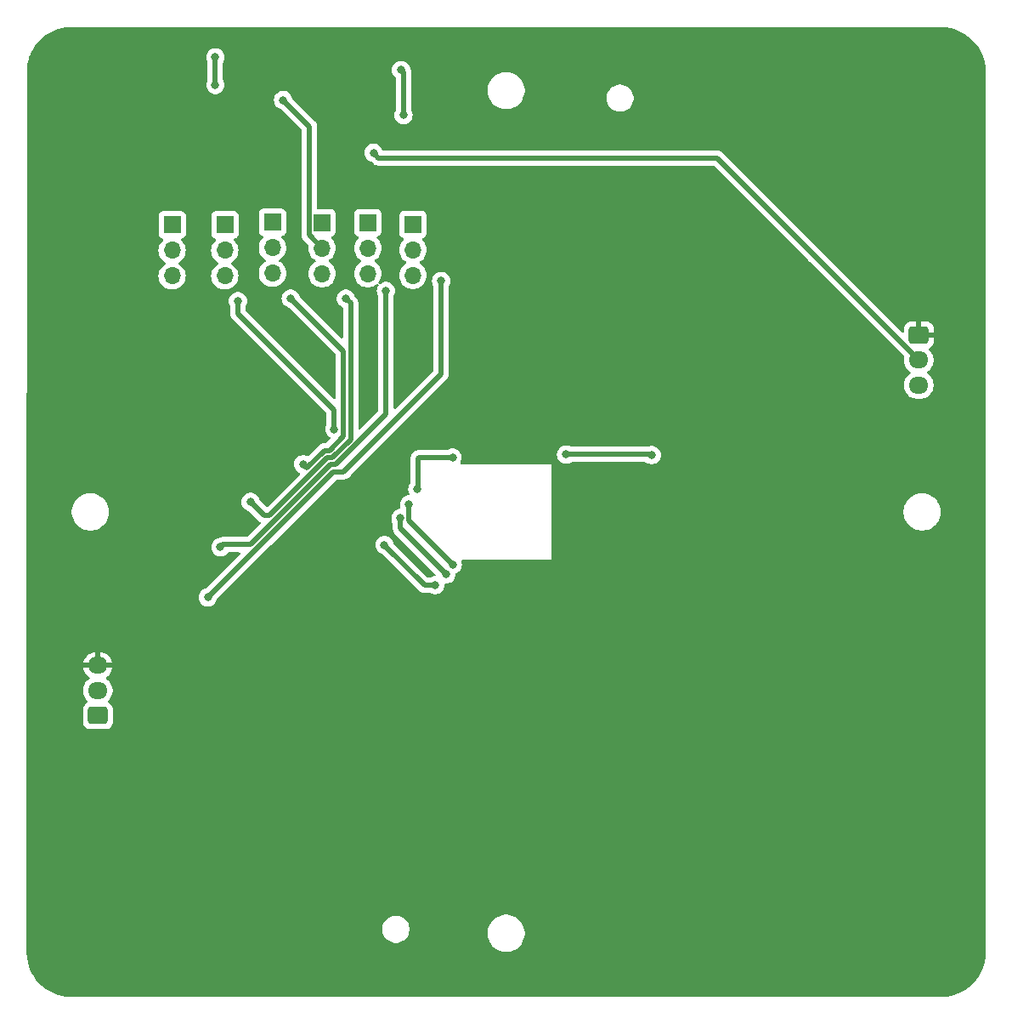
<source format=gbr>
%TF.GenerationSoftware,KiCad,Pcbnew,8.0.1-rc1*%
%TF.CreationDate,2024-03-31T01:12:23-05:00*%
%TF.ProjectId,dome_rgbwauv_pcb,646f6d65-5f72-4676-9277-6175765f7063,rev?*%
%TF.SameCoordinates,Original*%
%TF.FileFunction,Copper,L2,Bot*%
%TF.FilePolarity,Positive*%
%FSLAX46Y46*%
G04 Gerber Fmt 4.6, Leading zero omitted, Abs format (unit mm)*
G04 Created by KiCad (PCBNEW 8.0.1-rc1) date 2024-03-31 01:12:23*
%MOMM*%
%LPD*%
G01*
G04 APERTURE LIST*
G04 Aperture macros list*
%AMRoundRect*
0 Rectangle with rounded corners*
0 $1 Rounding radius*
0 $2 $3 $4 $5 $6 $7 $8 $9 X,Y pos of 4 corners*
0 Add a 4 corners polygon primitive as box body*
4,1,4,$2,$3,$4,$5,$6,$7,$8,$9,$2,$3,0*
0 Add four circle primitives for the rounded corners*
1,1,$1+$1,$2,$3*
1,1,$1+$1,$4,$5*
1,1,$1+$1,$6,$7*
1,1,$1+$1,$8,$9*
0 Add four rect primitives between the rounded corners*
20,1,$1+$1,$2,$3,$4,$5,0*
20,1,$1+$1,$4,$5,$6,$7,0*
20,1,$1+$1,$6,$7,$8,$9,0*
20,1,$1+$1,$8,$9,$2,$3,0*%
G04 Aperture macros list end*
%TA.AperFunction,ComponentPad*%
%ADD10R,1.700000X1.700000*%
%TD*%
%TA.AperFunction,ComponentPad*%
%ADD11O,1.700000X1.700000*%
%TD*%
%TA.AperFunction,ComponentPad*%
%ADD12RoundRect,0.250000X-0.725000X0.600000X-0.725000X-0.600000X0.725000X-0.600000X0.725000X0.600000X0*%
%TD*%
%TA.AperFunction,ComponentPad*%
%ADD13O,1.950000X1.700000*%
%TD*%
%TA.AperFunction,ComponentPad*%
%ADD14RoundRect,0.250000X0.725000X-0.600000X0.725000X0.600000X-0.725000X0.600000X-0.725000X-0.600000X0*%
%TD*%
%TA.AperFunction,ViaPad*%
%ADD15C,0.800000*%
%TD*%
%TA.AperFunction,Conductor*%
%ADD16C,0.508000*%
%TD*%
G04 APERTURE END LIST*
D10*
%TO.P,JP1,1,A*%
%TO.N,red*%
X111188044Y-65658659D03*
D11*
%TO.P,JP1,2,C*%
%TO.N,red_chipOut*%
X111188044Y-68198659D03*
%TO.P,JP1,3,B*%
%TO.N,Net-(JP1-B)*%
X111188044Y-70738659D03*
%TD*%
D10*
%TO.P,JP2,1,A*%
%TO.N,green*%
X106438044Y-65923659D03*
D11*
%TO.P,JP2,2,C*%
%TO.N,green_chipOut*%
X106438044Y-68463659D03*
%TO.P,JP2,3,B*%
%TO.N,Net-(JP2-B)*%
X106438044Y-71003659D03*
%TD*%
D10*
%TO.P,JP5,1,A*%
%TO.N,yellow*%
X125188044Y-65868659D03*
D11*
%TO.P,JP5,2,C*%
%TO.N,yellow_chipOut*%
X125188044Y-68408659D03*
%TO.P,JP5,3,B*%
%TO.N,Net-(JP5-B)*%
X125188044Y-70948659D03*
%TD*%
D10*
%TO.P,JP3,1,A*%
%TO.N,blue*%
X101188044Y-65923659D03*
D11*
%TO.P,JP3,2,C*%
%TO.N,blue_chipOut*%
X101188044Y-68463659D03*
%TO.P,JP3,3,B*%
%TO.N,Net-(JP3-B)*%
X101188044Y-71003659D03*
%TD*%
D10*
%TO.P,JP4,1,A*%
%TO.N,white*%
X116138044Y-65698659D03*
D11*
%TO.P,JP4,2,C*%
%TO.N,white_chipOut*%
X116138044Y-68238659D03*
%TO.P,JP4,3,B*%
%TO.N,Net-(JP4-B)*%
X116138044Y-70778659D03*
%TD*%
D10*
%TO.P,JP6,1,A*%
%TO.N,purple*%
X120688044Y-65698659D03*
D11*
%TO.P,JP6,2,C*%
%TO.N,purple_chipOut*%
X120688044Y-68238659D03*
%TO.P,JP6,3,B*%
%TO.N,Net-(JP6-B)*%
X120688044Y-70778659D03*
%TD*%
D12*
%TO.P,J2,1,Pin_1*%
%TO.N,GND*%
X175588044Y-76873659D03*
D13*
%TO.P,J2,2,Pin_2*%
%TO.N,DO*%
X175588044Y-79373659D03*
%TO.P,J2,3,Pin_3*%
%TO.N,5vIN*%
X175588044Y-81873659D03*
%TD*%
D14*
%TO.P,J1,1,Pin_1*%
%TO.N,5vIN*%
X93788044Y-114778659D03*
D13*
%TO.P,J1,2,Pin_2*%
%TO.N,DIN*%
X93788044Y-112278659D03*
%TO.P,J1,3,Pin_3*%
%TO.N,GND*%
X93788044Y-109778659D03*
%TD*%
D15*
%TO.N,green*%
X125625000Y-92246759D03*
X129125000Y-89100000D03*
%TO.N,red*%
X124800000Y-93746759D03*
X129150000Y-99725000D03*
%TO.N,5vIN*%
X148975000Y-88850000D03*
X140450000Y-88775000D03*
%TO.N,purple*%
X122343351Y-97793351D03*
X127400000Y-101800000D03*
%TO.N,white*%
X123946000Y-95114254D03*
X128525000Y-100700000D03*
%TO.N,GND*%
X106750000Y-105250000D03*
X110500000Y-101750000D03*
X98000000Y-61000000D03*
X101500000Y-108250000D03*
X114750000Y-98250000D03*
X121250000Y-91500000D03*
X123750000Y-57000000D03*
X110000000Y-58500000D03*
X118250000Y-95000000D03*
X100250000Y-52500000D03*
%TO.N,DO*%
X121250000Y-58750000D03*
%TO.N,5vIN*%
X124250000Y-55000000D03*
X124000000Y-50500000D03*
X105500000Y-52000000D03*
X105500000Y-49250000D03*
%TO.N,white_chipOut*%
X112250000Y-53500000D03*
%TO.N,Net-(JP1-B)*%
X114250000Y-89750000D03*
X113000000Y-73250000D03*
%TO.N,Net-(JP2-B)*%
X107750000Y-73500000D03*
X117354000Y-86250000D03*
%TO.N,Net-(JP4-B)*%
X118500000Y-73250000D03*
X109000000Y-93500000D03*
%TO.N,Net-(JP5-B)*%
X128000000Y-71500000D03*
X104750000Y-103000000D03*
%TO.N,Net-(JP6-B)*%
X106000000Y-98000000D03*
X122500000Y-72500000D03*
%TD*%
D16*
%TO.N,green*%
X125725000Y-92146759D02*
X125625000Y-92246759D01*
X125725000Y-89150000D02*
X125725000Y-92146759D01*
X125775000Y-89100000D02*
X125725000Y-89150000D01*
X129125000Y-89100000D02*
X125775000Y-89100000D01*
%TO.N,red*%
X124800000Y-95375000D02*
X124800000Y-93746759D01*
X129150000Y-99725000D02*
X124800000Y-95375000D01*
%TO.N,white*%
X123946000Y-96121000D02*
X123946000Y-95114254D01*
X128525000Y-100700000D02*
X123946000Y-96121000D01*
%TO.N,5vIN*%
X148900000Y-88775000D02*
X148975000Y-88850000D01*
X140450000Y-88775000D02*
X148900000Y-88775000D01*
%TO.N,purple*%
X126350000Y-101800000D02*
X122343351Y-97793351D01*
X127400000Y-101800000D02*
X126350000Y-101800000D01*
%TO.N,white_chipOut*%
X114834044Y-56165956D02*
X114875000Y-56125000D01*
X114834044Y-66934659D02*
X114834044Y-56165956D01*
X116138044Y-68238659D02*
X114834044Y-66934659D01*
X112250000Y-53500000D02*
X114875000Y-56125000D01*
%TO.N,DO*%
X175588044Y-79373659D02*
X175588044Y-79338044D01*
X175588044Y-79338044D02*
X155500000Y-59250000D01*
X155500000Y-59250000D02*
X121750000Y-59250000D01*
X121750000Y-59250000D02*
X121250000Y-58750000D01*
%TO.N,5vIN*%
X124250000Y-55000000D02*
X124250000Y-50750000D01*
X105500000Y-52000000D02*
X105500000Y-49250000D01*
X124250000Y-50750000D02*
X124000000Y-50500000D01*
%TO.N,Net-(JP1-B)*%
X118258000Y-78508000D02*
X118258000Y-86989472D01*
X118258000Y-86989472D02*
X116871472Y-88376000D01*
X116871472Y-88376000D02*
X116370208Y-88376000D01*
X113000000Y-73250000D02*
X118258000Y-78508000D01*
X114623104Y-90123104D02*
X114250000Y-89750000D01*
X116370208Y-88376000D02*
X114623104Y-90123104D01*
%TO.N,Net-(JP2-B)*%
X107750000Y-74750000D02*
X117354000Y-84354000D01*
X107750000Y-73500000D02*
X107750000Y-74750000D01*
X117354000Y-84354000D02*
X117354000Y-86250000D01*
%TO.N,Net-(JP4-B)*%
X118500000Y-73250000D02*
X118966000Y-73716000D01*
X118966000Y-73716000D02*
X118966000Y-87282736D01*
X118966000Y-87282736D02*
X117164736Y-89084000D01*
X117164736Y-89084000D02*
X116663472Y-89084000D01*
X110374368Y-94874368D02*
X109000000Y-93500000D01*
X110873104Y-94874368D02*
X110374368Y-94874368D01*
X116663472Y-89084000D02*
X110873104Y-94874368D01*
%TO.N,Net-(JP5-B)*%
X118250000Y-90500000D02*
X117250000Y-90500000D01*
X128000000Y-80750000D02*
X118500000Y-90250000D01*
X117250000Y-90500000D02*
X104750000Y-103000000D01*
X128000000Y-71500000D02*
X128000000Y-80750000D01*
X118500000Y-90250000D02*
X118250000Y-90500000D01*
%TO.N,Net-(JP6-B)*%
X122500000Y-84750000D02*
X117458000Y-89792000D01*
X108998736Y-97750000D02*
X106250000Y-97750000D01*
X117458000Y-89792000D02*
X116956736Y-89792000D01*
X116956736Y-89792000D02*
X108998736Y-97750000D01*
X122500000Y-72500000D02*
X122500000Y-84750000D01*
X106250000Y-97750000D02*
X106000000Y-98000000D01*
%TD*%
%TA.AperFunction,Conductor*%
%TO.N,GND*%
G36*
X177960863Y-46230071D02*
G01*
X177971144Y-46230502D01*
X178331448Y-46260669D01*
X178350223Y-46262241D01*
X178360979Y-46263618D01*
X178735635Y-46328317D01*
X178746211Y-46330623D01*
X179113820Y-46427814D01*
X179124135Y-46431030D01*
X179481853Y-46559965D01*
X179491856Y-46564073D01*
X179836947Y-46723768D01*
X179846538Y-46728727D01*
X179966763Y-46797705D01*
X180176340Y-46917948D01*
X180185499Y-46923750D01*
X180497495Y-47141047D01*
X180506106Y-47147621D01*
X180624861Y-47246803D01*
X180797936Y-47391353D01*
X180805946Y-47398661D01*
X181075352Y-47666939D01*
X181082694Y-47674919D01*
X181327638Y-47965714D01*
X181334254Y-47974304D01*
X181552863Y-48285391D01*
X181558703Y-48294527D01*
X181749292Y-48623510D01*
X181754312Y-48633121D01*
X181915436Y-48977501D01*
X181919597Y-48987514D01*
X182050019Y-49344653D01*
X182053290Y-49354990D01*
X182152014Y-49722157D01*
X182154369Y-49732742D01*
X182220641Y-50107135D01*
X182222062Y-50117884D01*
X182255364Y-50496521D01*
X182255841Y-50507384D01*
X182256627Y-138496451D01*
X182256195Y-138506795D01*
X182224468Y-138885832D01*
X182223092Y-138896588D01*
X182158397Y-139271265D01*
X182156086Y-139281859D01*
X182058909Y-139649435D01*
X182055682Y-139659787D01*
X181926762Y-140017479D01*
X181922643Y-140027509D01*
X181762972Y-140372564D01*
X181757993Y-140382196D01*
X181568780Y-140711993D01*
X181562978Y-140721153D01*
X181345686Y-141033148D01*
X181339106Y-141041767D01*
X181095377Y-141333600D01*
X181088069Y-141341610D01*
X180819790Y-141611022D01*
X180811810Y-141618364D01*
X180521014Y-141863315D01*
X180512424Y-141869931D01*
X180201344Y-142088539D01*
X180192208Y-142094380D01*
X179863214Y-142284979D01*
X179853603Y-142289999D01*
X179509217Y-142451127D01*
X179499204Y-142455288D01*
X179142069Y-142585712D01*
X179131731Y-142588983D01*
X178764555Y-142687710D01*
X178753971Y-142690065D01*
X178379574Y-142756338D01*
X178368824Y-142757759D01*
X177991128Y-142790979D01*
X177980265Y-142791456D01*
X90990250Y-142792242D01*
X90979906Y-142791810D01*
X90600872Y-142760083D01*
X90590116Y-142758707D01*
X90215442Y-142694012D01*
X90204853Y-142691702D01*
X89974117Y-142630702D01*
X89837274Y-142594524D01*
X89826923Y-142591297D01*
X89469238Y-142462378D01*
X89459207Y-142458259D01*
X89114144Y-142298581D01*
X89104512Y-142293601D01*
X88774727Y-142104393D01*
X88765567Y-142098591D01*
X88453575Y-141881298D01*
X88444956Y-141874718D01*
X88439224Y-141869931D01*
X88153127Y-141630988D01*
X88145117Y-141623680D01*
X87875710Y-141355401D01*
X87868368Y-141347421D01*
X87623418Y-141056619D01*
X87616802Y-141048028D01*
X87398201Y-140736950D01*
X87392361Y-140727815D01*
X87201772Y-140398828D01*
X87196751Y-140389216D01*
X87035628Y-140044829D01*
X87031467Y-140034817D01*
X86901043Y-139677665D01*
X86897773Y-139667326D01*
X86850479Y-139491424D01*
X86799052Y-139300151D01*
X86796701Y-139289581D01*
X86795334Y-139281859D01*
X86730434Y-138915181D01*
X86729014Y-138904436D01*
X86712589Y-138717653D01*
X86695724Y-138525865D01*
X86695248Y-138514980D01*
X86695251Y-138502172D01*
X86695820Y-136149945D01*
X122135544Y-136149945D01*
X122168797Y-136359898D01*
X122234488Y-136562073D01*
X122330995Y-136751479D01*
X122455934Y-136923445D01*
X122606257Y-137073768D01*
X122778223Y-137198707D01*
X122778225Y-137198708D01*
X122778228Y-137198710D01*
X122967632Y-137295216D01*
X123169801Y-137360905D01*
X123379757Y-137394159D01*
X123379758Y-137394159D01*
X123592330Y-137394159D01*
X123592331Y-137394159D01*
X123802287Y-137360905D01*
X124004456Y-137295216D01*
X124193860Y-137198710D01*
X124215833Y-137182745D01*
X124365830Y-137073768D01*
X124365832Y-137073765D01*
X124365836Y-137073763D01*
X124516148Y-136923451D01*
X124516150Y-136923447D01*
X124516153Y-136923445D01*
X124641092Y-136751479D01*
X124641091Y-136751479D01*
X124641095Y-136751475D01*
X124735524Y-136566147D01*
X132627644Y-136566147D01*
X132659305Y-136806644D01*
X132722091Y-137040963D01*
X132787431Y-137198707D01*
X132814920Y-137265071D01*
X132936208Y-137475148D01*
X132936210Y-137475151D01*
X132936211Y-137475152D01*
X133083877Y-137667595D01*
X133083883Y-137667602D01*
X133255400Y-137839119D01*
X133255406Y-137839124D01*
X133447855Y-137986795D01*
X133657932Y-138108083D01*
X133882044Y-138200913D01*
X134116355Y-138263697D01*
X134296730Y-138287443D01*
X134356855Y-138295359D01*
X134356856Y-138295359D01*
X134599433Y-138295359D01*
X134647532Y-138289026D01*
X134839933Y-138263697D01*
X135074244Y-138200913D01*
X135298356Y-138108083D01*
X135508433Y-137986795D01*
X135700882Y-137839124D01*
X135872409Y-137667597D01*
X136020080Y-137475148D01*
X136141368Y-137265071D01*
X136234198Y-137040959D01*
X136296982Y-136806648D01*
X136328644Y-136566147D01*
X136328644Y-136323571D01*
X136296982Y-136083070D01*
X136234198Y-135848759D01*
X136141368Y-135624647D01*
X136020080Y-135414570D01*
X135872409Y-135222121D01*
X135872404Y-135222115D01*
X135700887Y-135050598D01*
X135700880Y-135050592D01*
X135508437Y-134902926D01*
X135508436Y-134902925D01*
X135508433Y-134902923D01*
X135316487Y-134792103D01*
X135298358Y-134781636D01*
X135298349Y-134781632D01*
X135074248Y-134688806D01*
X134839929Y-134626020D01*
X134599433Y-134594359D01*
X134599432Y-134594359D01*
X134356856Y-134594359D01*
X134356855Y-134594359D01*
X134116358Y-134626020D01*
X133882039Y-134688806D01*
X133657938Y-134781632D01*
X133657929Y-134781636D01*
X133447850Y-134902926D01*
X133255407Y-135050592D01*
X133255400Y-135050598D01*
X133083883Y-135222115D01*
X133083877Y-135222122D01*
X132936211Y-135414565D01*
X132814921Y-135624644D01*
X132814917Y-135624653D01*
X132722091Y-135848754D01*
X132659305Y-136083073D01*
X132627644Y-136323570D01*
X132627644Y-136566147D01*
X124735524Y-136566147D01*
X124737601Y-136562071D01*
X124803290Y-136359902D01*
X124836544Y-136149946D01*
X124836544Y-135937372D01*
X124803290Y-135727416D01*
X124737601Y-135525247D01*
X124641095Y-135335843D01*
X124641093Y-135335840D01*
X124641092Y-135335838D01*
X124516153Y-135163872D01*
X124365830Y-135013549D01*
X124193864Y-134888610D01*
X124004458Y-134792103D01*
X124004457Y-134792102D01*
X124004456Y-134792102D01*
X123802287Y-134726413D01*
X123802285Y-134726412D01*
X123802284Y-134726412D01*
X123641001Y-134700867D01*
X123592331Y-134693159D01*
X123379757Y-134693159D01*
X123331086Y-134700867D01*
X123169804Y-134726412D01*
X122967629Y-134792103D01*
X122778223Y-134888610D01*
X122606257Y-135013549D01*
X122455934Y-135163872D01*
X122330995Y-135335838D01*
X122234488Y-135525244D01*
X122168797Y-135727419D01*
X122135544Y-135937372D01*
X122135544Y-136149945D01*
X86695820Y-136149945D01*
X86700834Y-115429196D01*
X92304544Y-115429196D01*
X92304545Y-115429212D01*
X92315157Y-115533085D01*
X92370929Y-115701397D01*
X92464014Y-115852311D01*
X92589392Y-115977689D01*
X92740306Y-116070774D01*
X92908618Y-116126546D01*
X93012499Y-116137159D01*
X94563588Y-116137158D01*
X94667470Y-116126546D01*
X94835782Y-116070774D01*
X94986696Y-115977689D01*
X95112074Y-115852311D01*
X95205159Y-115701397D01*
X95260931Y-115533085D01*
X95271544Y-115429204D01*
X95271543Y-114128115D01*
X95260931Y-114024233D01*
X95205159Y-113855921D01*
X95112074Y-113705007D01*
X94986696Y-113579629D01*
X94986692Y-113579626D01*
X94839734Y-113488981D01*
X94793009Y-113437033D01*
X94781788Y-113368071D01*
X94809631Y-113303989D01*
X94817128Y-113295784D01*
X94949250Y-113163663D01*
X95074938Y-112990668D01*
X95172016Y-112800142D01*
X95238093Y-112596775D01*
X95271544Y-112385575D01*
X95271544Y-112171743D01*
X95238093Y-111960543D01*
X95172016Y-111757176D01*
X95172016Y-111757175D01*
X95074937Y-111566649D01*
X94949250Y-111393655D01*
X94798048Y-111242453D01*
X94634630Y-111123723D01*
X94591965Y-111068393D01*
X94585986Y-110998780D01*
X94618592Y-110936985D01*
X94634631Y-110923087D01*
X94792503Y-110808386D01*
X94792508Y-110808382D01*
X94942767Y-110658123D01*
X94942771Y-110658118D01*
X95067664Y-110486216D01*
X95164139Y-110296876D01*
X95229801Y-110094788D01*
X95229801Y-110094785D01*
X95240275Y-110028659D01*
X94192190Y-110028659D01*
X94230674Y-109962002D01*
X94263044Y-109841194D01*
X94263044Y-109716124D01*
X94230674Y-109595316D01*
X94192190Y-109528659D01*
X95240275Y-109528659D01*
X95229801Y-109462532D01*
X95229801Y-109462529D01*
X95164139Y-109260441D01*
X95067664Y-109071101D01*
X94942771Y-108899199D01*
X94942767Y-108899194D01*
X94792508Y-108748935D01*
X94792503Y-108748931D01*
X94620601Y-108624038D01*
X94431261Y-108527563D01*
X94229172Y-108461901D01*
X94038044Y-108431628D01*
X94038044Y-109374513D01*
X93971387Y-109336029D01*
X93850579Y-109303659D01*
X93725509Y-109303659D01*
X93604701Y-109336029D01*
X93538044Y-109374513D01*
X93538044Y-108431628D01*
X93346916Y-108461901D01*
X93346913Y-108461901D01*
X93144826Y-108527563D01*
X92955486Y-108624038D01*
X92783584Y-108748931D01*
X92783579Y-108748935D01*
X92633320Y-108899194D01*
X92633316Y-108899199D01*
X92508423Y-109071101D01*
X92411948Y-109260441D01*
X92346286Y-109462529D01*
X92346286Y-109462532D01*
X92335813Y-109528659D01*
X93383898Y-109528659D01*
X93345414Y-109595316D01*
X93313044Y-109716124D01*
X93313044Y-109841194D01*
X93345414Y-109962002D01*
X93383898Y-110028659D01*
X92335813Y-110028659D01*
X92346286Y-110094785D01*
X92346286Y-110094788D01*
X92411948Y-110296876D01*
X92508423Y-110486216D01*
X92633316Y-110658118D01*
X92633320Y-110658123D01*
X92783579Y-110808382D01*
X92783584Y-110808386D01*
X92941456Y-110923087D01*
X92984122Y-110978417D01*
X92990101Y-111048030D01*
X92957495Y-111109825D01*
X92941457Y-111123723D01*
X92843813Y-111194665D01*
X92778040Y-111242453D01*
X92778038Y-111242455D01*
X92778037Y-111242455D01*
X92626840Y-111393652D01*
X92501150Y-111566649D01*
X92404071Y-111757175D01*
X92404070Y-111757178D01*
X92337995Y-111960541D01*
X92304544Y-112171743D01*
X92304544Y-112385574D01*
X92337995Y-112596776D01*
X92404070Y-112800139D01*
X92404071Y-112800142D01*
X92501150Y-112990668D01*
X92626838Y-113163663D01*
X92626840Y-113163665D01*
X92758937Y-113295762D01*
X92792422Y-113357085D01*
X92787438Y-113426777D01*
X92745566Y-113482710D01*
X92736353Y-113488981D01*
X92589395Y-113579626D01*
X92589391Y-113579629D01*
X92464015Y-113705005D01*
X92370930Y-113855918D01*
X92370928Y-113855923D01*
X92315157Y-114024231D01*
X92304544Y-114128106D01*
X92304544Y-115429196D01*
X86700834Y-115429196D01*
X86703841Y-103000000D01*
X103836496Y-103000000D01*
X103856458Y-103189928D01*
X103856459Y-103189931D01*
X103915470Y-103371549D01*
X103915473Y-103371556D01*
X104010960Y-103536944D01*
X104138747Y-103678866D01*
X104293248Y-103791118D01*
X104467712Y-103868794D01*
X104654513Y-103908500D01*
X104845487Y-103908500D01*
X105032288Y-103868794D01*
X105206752Y-103791118D01*
X105361253Y-103678866D01*
X105489040Y-103536944D01*
X105584527Y-103371556D01*
X105636813Y-103210635D01*
X105667060Y-103161276D01*
X111034986Y-97793351D01*
X121429847Y-97793351D01*
X121449809Y-97983279D01*
X121449810Y-97983282D01*
X121508821Y-98164900D01*
X121508824Y-98164907D01*
X121604311Y-98330295D01*
X121732098Y-98472217D01*
X121886599Y-98584469D01*
X122061063Y-98662145D01*
X122061065Y-98662145D01*
X122061066Y-98662146D01*
X122117514Y-98674144D01*
X122178996Y-98707336D01*
X122179415Y-98707753D01*
X125757728Y-102286065D01*
X125863935Y-102392272D01*
X125863936Y-102392273D01*
X125988814Y-102475714D01*
X125988820Y-102475717D01*
X125988821Y-102475718D01*
X126127587Y-102533197D01*
X126127591Y-102533197D01*
X126127592Y-102533198D01*
X126274897Y-102562500D01*
X126274900Y-102562500D01*
X126863568Y-102562500D01*
X126930607Y-102582185D01*
X126936452Y-102586181D01*
X126943244Y-102591115D01*
X126943243Y-102591115D01*
X126943245Y-102591116D01*
X126943248Y-102591118D01*
X127117712Y-102668794D01*
X127304513Y-102708500D01*
X127495487Y-102708500D01*
X127682288Y-102668794D01*
X127856752Y-102591118D01*
X128011253Y-102478866D01*
X128139040Y-102336944D01*
X128234527Y-102171556D01*
X128293542Y-101989928D01*
X128313504Y-101800000D01*
X128307771Y-101745458D01*
X128320340Y-101676732D01*
X128368072Y-101625708D01*
X128431092Y-101608500D01*
X128620487Y-101608500D01*
X128807288Y-101568794D01*
X128981752Y-101491118D01*
X129136253Y-101378866D01*
X129264040Y-101236944D01*
X129359527Y-101071556D01*
X129418542Y-100889928D01*
X129438504Y-100700000D01*
X129436979Y-100685494D01*
X129449548Y-100616766D01*
X129497280Y-100565741D01*
X129509848Y-100559261D01*
X129606752Y-100516118D01*
X129761253Y-100403866D01*
X129889040Y-100261944D01*
X129984527Y-100096556D01*
X130043542Y-99914928D01*
X130063504Y-99725000D01*
X130043542Y-99535072D01*
X130007067Y-99422817D01*
X130005073Y-99352977D01*
X130041153Y-99293144D01*
X130103854Y-99262316D01*
X130124999Y-99260500D01*
X139004349Y-99260500D01*
X139010500Y-99254349D01*
X139010500Y-94618047D01*
X174067744Y-94618047D01*
X174099405Y-94858544D01*
X174162191Y-95092863D01*
X174249723Y-95304182D01*
X174255020Y-95316971D01*
X174376308Y-95527048D01*
X174376310Y-95527051D01*
X174376311Y-95527052D01*
X174523977Y-95719495D01*
X174523983Y-95719502D01*
X174695500Y-95891019D01*
X174695506Y-95891024D01*
X174887955Y-96038695D01*
X175098032Y-96159983D01*
X175322144Y-96252813D01*
X175556455Y-96315597D01*
X175736830Y-96339343D01*
X175796955Y-96347259D01*
X175796956Y-96347259D01*
X176039533Y-96347259D01*
X176087632Y-96340926D01*
X176280033Y-96315597D01*
X176514344Y-96252813D01*
X176738456Y-96159983D01*
X176948533Y-96038695D01*
X177140982Y-95891024D01*
X177312509Y-95719497D01*
X177460180Y-95527048D01*
X177581468Y-95316971D01*
X177674298Y-95092859D01*
X177737082Y-94858548D01*
X177768744Y-94618047D01*
X177768744Y-94375471D01*
X177737082Y-94134970D01*
X177674298Y-93900659D01*
X177581468Y-93676547D01*
X177460180Y-93466470D01*
X177390148Y-93375202D01*
X177312510Y-93274022D01*
X177312504Y-93274015D01*
X177140987Y-93102498D01*
X177140980Y-93102492D01*
X176948537Y-92954826D01*
X176948536Y-92954825D01*
X176948533Y-92954823D01*
X176746638Y-92838259D01*
X176738458Y-92833536D01*
X176738449Y-92833532D01*
X176514348Y-92740706D01*
X176280029Y-92677920D01*
X176039533Y-92646259D01*
X176039532Y-92646259D01*
X175796956Y-92646259D01*
X175796955Y-92646259D01*
X175556458Y-92677920D01*
X175322139Y-92740706D01*
X175098038Y-92833532D01*
X175098029Y-92833536D01*
X174887950Y-92954826D01*
X174695507Y-93102492D01*
X174695500Y-93102498D01*
X174523983Y-93274015D01*
X174523977Y-93274022D01*
X174376311Y-93466465D01*
X174255021Y-93676544D01*
X174255017Y-93676553D01*
X174162191Y-93900654D01*
X174099405Y-94134973D01*
X174067744Y-94375470D01*
X174067744Y-94618047D01*
X139010500Y-94618047D01*
X139010500Y-89745651D01*
X139004349Y-89739500D01*
X130019604Y-89739500D01*
X129952565Y-89719815D01*
X129906810Y-89667011D01*
X129896866Y-89597853D01*
X129912216Y-89553501D01*
X129913896Y-89550590D01*
X129959527Y-89471556D01*
X130018542Y-89289928D01*
X130038504Y-89100000D01*
X130018542Y-88910072D01*
X129974654Y-88775000D01*
X139536496Y-88775000D01*
X139556458Y-88964928D01*
X139556459Y-88964931D01*
X139615470Y-89146549D01*
X139615473Y-89146556D01*
X139710960Y-89311944D01*
X139838747Y-89453866D01*
X139993248Y-89566118D01*
X140167712Y-89643794D01*
X140354513Y-89683500D01*
X140545487Y-89683500D01*
X140732288Y-89643794D01*
X140906752Y-89566118D01*
X140910623Y-89563305D01*
X140913548Y-89561181D01*
X140979355Y-89537702D01*
X140986432Y-89537500D01*
X148335340Y-89537500D01*
X148402379Y-89557185D01*
X148408225Y-89561182D01*
X148518243Y-89641115D01*
X148518245Y-89641116D01*
X148518248Y-89641118D01*
X148692712Y-89718794D01*
X148879513Y-89758500D01*
X149070487Y-89758500D01*
X149257288Y-89718794D01*
X149431752Y-89641118D01*
X149586253Y-89528866D01*
X149714040Y-89386944D01*
X149809527Y-89221556D01*
X149868542Y-89039928D01*
X149888504Y-88850000D01*
X149868542Y-88660072D01*
X149809527Y-88478444D01*
X149714040Y-88313056D01*
X149586253Y-88171134D01*
X149431752Y-88058882D01*
X149257288Y-87981206D01*
X149257286Y-87981205D01*
X149070487Y-87941500D01*
X148879513Y-87941500D01*
X148692714Y-87981205D01*
X148646502Y-88001780D01*
X148596067Y-88012500D01*
X140986432Y-88012500D01*
X140919393Y-87992815D01*
X140913548Y-87988819D01*
X140906755Y-87983884D01*
X140906756Y-87983884D01*
X140906752Y-87983882D01*
X140732288Y-87906206D01*
X140732286Y-87906205D01*
X140545487Y-87866500D01*
X140354513Y-87866500D01*
X140167714Y-87906205D01*
X140167712Y-87906206D01*
X139999259Y-87981206D01*
X139993246Y-87983883D01*
X139838745Y-88096135D01*
X139710959Y-88238057D01*
X139615473Y-88403443D01*
X139615470Y-88403450D01*
X139581589Y-88507726D01*
X139556458Y-88585072D01*
X139536496Y-88775000D01*
X129974654Y-88775000D01*
X129959527Y-88728444D01*
X129864040Y-88563056D01*
X129736253Y-88421134D01*
X129581752Y-88308882D01*
X129407288Y-88231206D01*
X129407286Y-88231205D01*
X129220487Y-88191500D01*
X129029513Y-88191500D01*
X128842714Y-88231205D01*
X128668244Y-88308884D01*
X128661452Y-88313819D01*
X128595645Y-88337298D01*
X128588568Y-88337500D01*
X125699898Y-88337500D01*
X125552590Y-88366802D01*
X125552588Y-88366802D01*
X125552587Y-88366803D01*
X125511943Y-88383637D01*
X125511941Y-88383638D01*
X125511940Y-88383637D01*
X125413824Y-88424279D01*
X125413814Y-88424284D01*
X125288935Y-88507726D01*
X125288931Y-88507729D01*
X125132730Y-88663930D01*
X125062978Y-88768324D01*
X125062976Y-88768327D01*
X125049283Y-88788818D01*
X125049280Y-88788823D01*
X124991803Y-88927586D01*
X124991801Y-88927592D01*
X124962500Y-89074897D01*
X124962500Y-91577208D01*
X124942815Y-91644247D01*
X124930650Y-91660180D01*
X124885963Y-91709809D01*
X124885958Y-91709816D01*
X124790473Y-91875202D01*
X124790470Y-91875209D01*
X124756431Y-91979972D01*
X124731458Y-92056831D01*
X124711496Y-92246759D01*
X124731458Y-92436687D01*
X124731459Y-92436690D01*
X124790470Y-92618308D01*
X124790473Y-92618315D01*
X124810071Y-92652259D01*
X124826544Y-92720159D01*
X124803692Y-92786186D01*
X124748770Y-92829377D01*
X124710885Y-92836678D01*
X124710980Y-92837579D01*
X124704513Y-92838258D01*
X124517714Y-92877964D01*
X124517712Y-92877965D01*
X124345086Y-92954823D01*
X124343246Y-92955642D01*
X124188745Y-93067894D01*
X124060959Y-93209816D01*
X123965473Y-93375202D01*
X123965470Y-93375209D01*
X123906459Y-93556827D01*
X123906458Y-93556831D01*
X123886496Y-93746759D01*
X123906458Y-93936687D01*
X123906459Y-93936690D01*
X123942064Y-94046273D01*
X123944059Y-94116115D01*
X123907978Y-94175947D01*
X123849914Y-94205881D01*
X123663714Y-94245459D01*
X123489246Y-94323137D01*
X123334745Y-94435389D01*
X123206959Y-94577311D01*
X123111473Y-94742697D01*
X123111470Y-94742704D01*
X123052459Y-94924322D01*
X123052458Y-94924326D01*
X123032496Y-95114254D01*
X123052458Y-95304182D01*
X123052459Y-95304185D01*
X123111470Y-95485803D01*
X123111473Y-95485810D01*
X123166697Y-95581461D01*
X123166887Y-95581789D01*
X123183500Y-95643789D01*
X123183500Y-96196100D01*
X123183500Y-96196102D01*
X123183499Y-96196102D01*
X123207270Y-96315597D01*
X123212803Y-96343413D01*
X123270281Y-96482177D01*
X123353730Y-96607069D01*
X123353731Y-96607070D01*
X127426481Y-100679819D01*
X127459966Y-100741142D01*
X127454982Y-100810834D01*
X127413110Y-100866767D01*
X127347646Y-100891184D01*
X127338800Y-100891500D01*
X127304513Y-100891500D01*
X127117714Y-100931205D01*
X126943244Y-101008884D01*
X126936452Y-101013819D01*
X126870645Y-101037298D01*
X126863568Y-101037500D01*
X126717199Y-101037500D01*
X126650160Y-101017815D01*
X126629518Y-101001181D01*
X123260413Y-97632075D01*
X123230164Y-97582713D01*
X123177878Y-97421795D01*
X123082391Y-97256407D01*
X122954604Y-97114485D01*
X122800103Y-97002233D01*
X122625639Y-96924557D01*
X122625637Y-96924556D01*
X122438838Y-96884851D01*
X122247864Y-96884851D01*
X122061065Y-96924556D01*
X121886597Y-97002234D01*
X121732096Y-97114486D01*
X121604310Y-97256408D01*
X121508824Y-97421794D01*
X121508821Y-97421801D01*
X121456538Y-97582712D01*
X121449809Y-97603423D01*
X121429847Y-97793351D01*
X111034986Y-97793351D01*
X117529519Y-91298819D01*
X117590842Y-91265334D01*
X117617200Y-91262500D01*
X118325102Y-91262500D01*
X118424204Y-91242786D01*
X118472413Y-91233197D01*
X118611179Y-91175718D01*
X118736065Y-91092273D01*
X118975855Y-90852480D01*
X118975859Y-90852478D01*
X118986063Y-90842273D01*
X118986065Y-90842273D01*
X128592273Y-81236065D01*
X128675718Y-81111179D01*
X128733197Y-80972413D01*
X128742786Y-80924204D01*
X128762500Y-80825102D01*
X128762500Y-72029535D01*
X128779113Y-71967535D01*
X128834527Y-71871556D01*
X128893542Y-71689928D01*
X128913504Y-71500000D01*
X128893542Y-71310072D01*
X128834527Y-71128444D01*
X128739040Y-70963056D01*
X128611253Y-70821134D01*
X128456752Y-70708882D01*
X128282288Y-70631206D01*
X128282286Y-70631205D01*
X128095487Y-70591500D01*
X127904513Y-70591500D01*
X127717714Y-70631205D01*
X127543246Y-70708883D01*
X127388745Y-70821135D01*
X127260959Y-70963057D01*
X127165473Y-71128443D01*
X127165470Y-71128450D01*
X127133119Y-71228018D01*
X127106458Y-71310072D01*
X127086496Y-71500000D01*
X127106458Y-71689928D01*
X127106459Y-71689931D01*
X127165470Y-71871549D01*
X127165473Y-71871556D01*
X127218301Y-71963057D01*
X127220887Y-71967535D01*
X127237500Y-72029535D01*
X127237500Y-80382800D01*
X127217815Y-80449839D01*
X127201181Y-80470481D01*
X123474181Y-84197481D01*
X123412858Y-84230966D01*
X123343166Y-84225982D01*
X123287233Y-84184110D01*
X123262816Y-84118646D01*
X123262500Y-84109800D01*
X123262500Y-73029535D01*
X123279113Y-72967535D01*
X123334527Y-72871556D01*
X123393542Y-72689928D01*
X123413504Y-72500000D01*
X123393542Y-72310072D01*
X123334527Y-72128444D01*
X123239040Y-71963056D01*
X123111253Y-71821134D01*
X122956752Y-71708882D01*
X122782288Y-71631206D01*
X122782286Y-71631205D01*
X122595487Y-71591500D01*
X122404513Y-71591500D01*
X122217714Y-71631205D01*
X122043243Y-71708884D01*
X121941085Y-71783107D01*
X121875279Y-71806587D01*
X121807225Y-71790761D01*
X121758530Y-71740656D01*
X121744655Y-71672178D01*
X121764390Y-71614970D01*
X121886904Y-71427450D01*
X121977340Y-71221275D01*
X122032608Y-71003027D01*
X122035920Y-70963056D01*
X122037113Y-70948664D01*
X123824888Y-70948664D01*
X123843478Y-71173018D01*
X123843480Y-71173030D01*
X123898747Y-71391273D01*
X123989184Y-71597451D01*
X124112320Y-71785924D01*
X124112328Y-71785935D01*
X124264800Y-71951561D01*
X124264805Y-71951566D01*
X124310332Y-71987001D01*
X124442468Y-72089848D01*
X124442469Y-72089848D01*
X124442471Y-72089850D01*
X124513787Y-72128444D01*
X124640470Y-72197001D01*
X124853409Y-72270103D01*
X125075475Y-72307159D01*
X125300613Y-72307159D01*
X125522679Y-72270103D01*
X125735618Y-72197001D01*
X125933620Y-72089848D01*
X126111284Y-71951565D01*
X126213137Y-71840924D01*
X126263759Y-71785935D01*
X126263760Y-71785933D01*
X126263766Y-71785927D01*
X126386904Y-71597450D01*
X126477340Y-71391275D01*
X126532608Y-71173027D01*
X126536302Y-71128450D01*
X126551200Y-70948664D01*
X126551200Y-70948653D01*
X126532609Y-70724299D01*
X126532607Y-70724287D01*
X126489557Y-70554287D01*
X126477340Y-70506043D01*
X126386904Y-70299868D01*
X126263766Y-70111391D01*
X126263763Y-70111388D01*
X126263759Y-70111382D01*
X126111287Y-69945756D01*
X126111282Y-69945751D01*
X125933621Y-69807471D01*
X125933622Y-69807471D01*
X125933620Y-69807470D01*
X125897114Y-69787714D01*
X125847523Y-69738495D01*
X125832415Y-69670278D01*
X125856585Y-69604723D01*
X125897114Y-69569604D01*
X125899163Y-69568495D01*
X125933620Y-69549848D01*
X126111284Y-69411565D01*
X126263766Y-69245927D01*
X126386904Y-69057450D01*
X126477340Y-68851275D01*
X126532608Y-68633027D01*
X126546642Y-68463664D01*
X126551200Y-68408664D01*
X126551200Y-68408653D01*
X126532609Y-68184299D01*
X126532607Y-68184287D01*
X126481100Y-67980891D01*
X126477340Y-67966043D01*
X126386904Y-67759868D01*
X126263766Y-67571391D01*
X126263763Y-67571388D01*
X126263759Y-67571382D01*
X126118554Y-67413650D01*
X126087631Y-67350996D01*
X126095491Y-67281570D01*
X126139638Y-67227414D01*
X126166449Y-67213486D01*
X126253555Y-67180996D01*
X126284248Y-67169548D01*
X126401305Y-67081920D01*
X126488933Y-66964863D01*
X126540033Y-66827860D01*
X126543635Y-66794351D01*
X126546543Y-66767313D01*
X126546544Y-66767296D01*
X126546544Y-64970021D01*
X126546543Y-64970004D01*
X126543201Y-64938929D01*
X126540033Y-64909458D01*
X126488933Y-64772455D01*
X126401305Y-64655398D01*
X126284248Y-64567770D01*
X126269998Y-64562455D01*
X126147247Y-64516670D01*
X126086698Y-64510159D01*
X126086682Y-64510159D01*
X124289406Y-64510159D01*
X124289389Y-64510159D01*
X124228841Y-64516670D01*
X124228839Y-64516670D01*
X124091839Y-64567770D01*
X123974783Y-64655398D01*
X123887155Y-64772454D01*
X123836055Y-64909454D01*
X123836055Y-64909456D01*
X123829544Y-64970004D01*
X123829544Y-66767313D01*
X123836055Y-66827861D01*
X123836055Y-66827863D01*
X123867408Y-66911920D01*
X123887155Y-66964863D01*
X123974783Y-67081920D01*
X124091840Y-67169548D01*
X124143781Y-67188921D01*
X124209639Y-67213486D01*
X124265572Y-67255358D01*
X124289988Y-67320822D01*
X124275136Y-67389095D01*
X124257534Y-67413650D01*
X124112323Y-67571389D01*
X124112320Y-67571393D01*
X123989184Y-67759866D01*
X123898747Y-67966044D01*
X123843480Y-68184287D01*
X123843478Y-68184299D01*
X123824888Y-68408653D01*
X123824888Y-68408664D01*
X123843478Y-68633018D01*
X123843480Y-68633030D01*
X123898747Y-68851273D01*
X123989184Y-69057451D01*
X124112320Y-69245924D01*
X124112328Y-69245935D01*
X124264800Y-69411561D01*
X124264804Y-69411565D01*
X124442468Y-69549848D01*
X124442473Y-69549850D01*
X124442475Y-69549852D01*
X124478974Y-69569605D01*
X124528564Y-69618824D01*
X124543672Y-69687041D01*
X124519501Y-69752596D01*
X124478974Y-69787713D01*
X124442475Y-69807465D01*
X124442466Y-69807471D01*
X124264805Y-69945751D01*
X124264800Y-69945756D01*
X124112328Y-70111382D01*
X124112320Y-70111393D01*
X123989184Y-70299866D01*
X123898747Y-70506044D01*
X123843480Y-70724287D01*
X123843478Y-70724299D01*
X123824888Y-70948653D01*
X123824888Y-70948664D01*
X122037113Y-70948664D01*
X122051200Y-70778664D01*
X122051200Y-70778653D01*
X122032609Y-70554299D01*
X122032607Y-70554287D01*
X121982107Y-70354868D01*
X121977340Y-70336043D01*
X121886904Y-70129868D01*
X121874832Y-70111391D01*
X121766616Y-69945753D01*
X121763766Y-69941391D01*
X121763763Y-69941388D01*
X121763759Y-69941382D01*
X121611287Y-69775756D01*
X121611282Y-69775751D01*
X121433621Y-69637471D01*
X121433622Y-69637471D01*
X121433620Y-69637470D01*
X121397114Y-69617714D01*
X121347523Y-69568495D01*
X121332415Y-69500278D01*
X121356585Y-69434723D01*
X121397114Y-69399604D01*
X121406133Y-69394723D01*
X121433620Y-69379848D01*
X121611284Y-69241565D01*
X121763766Y-69075927D01*
X121886904Y-68887450D01*
X121977340Y-68681275D01*
X122032608Y-68463027D01*
X122032609Y-68463018D01*
X122051200Y-68238664D01*
X122051200Y-68238653D01*
X122032609Y-68014299D01*
X122032607Y-68014287D01*
X121982107Y-67814868D01*
X121977340Y-67796043D01*
X121886904Y-67589868D01*
X121874832Y-67571391D01*
X121771775Y-67413650D01*
X121763766Y-67401391D01*
X121763763Y-67401388D01*
X121763759Y-67401382D01*
X121618554Y-67243650D01*
X121587631Y-67180996D01*
X121595491Y-67111570D01*
X121639638Y-67057414D01*
X121666449Y-67043486D01*
X121756866Y-67009761D01*
X121784248Y-66999548D01*
X121901305Y-66911920D01*
X121988933Y-66794863D01*
X122040033Y-66657860D01*
X122044333Y-66617860D01*
X122046543Y-66597313D01*
X122046544Y-66597296D01*
X122046544Y-64800021D01*
X122046543Y-64800004D01*
X122043201Y-64768929D01*
X122040033Y-64739458D01*
X121988933Y-64602455D01*
X121901305Y-64485398D01*
X121784248Y-64397770D01*
X121647247Y-64346670D01*
X121586698Y-64340159D01*
X121586682Y-64340159D01*
X119789406Y-64340159D01*
X119789389Y-64340159D01*
X119728841Y-64346670D01*
X119728839Y-64346670D01*
X119591839Y-64397770D01*
X119474783Y-64485398D01*
X119387155Y-64602454D01*
X119336055Y-64739454D01*
X119336055Y-64739456D01*
X119329544Y-64800004D01*
X119329544Y-66597313D01*
X119336055Y-66657861D01*
X119336055Y-66657863D01*
X119376873Y-66767296D01*
X119387155Y-66794863D01*
X119474783Y-66911920D01*
X119591840Y-66999548D01*
X119639740Y-67017414D01*
X119709639Y-67043486D01*
X119765572Y-67085358D01*
X119789988Y-67150822D01*
X119775136Y-67219095D01*
X119757534Y-67243650D01*
X119612323Y-67401389D01*
X119612320Y-67401393D01*
X119489184Y-67589866D01*
X119398747Y-67796044D01*
X119343480Y-68014287D01*
X119343478Y-68014299D01*
X119324888Y-68238653D01*
X119324888Y-68238664D01*
X119343478Y-68463018D01*
X119343480Y-68463030D01*
X119398747Y-68681273D01*
X119489184Y-68887451D01*
X119612320Y-69075924D01*
X119612328Y-69075935D01*
X119764800Y-69241561D01*
X119764805Y-69241566D01*
X119824025Y-69287659D01*
X119942468Y-69379848D01*
X119942473Y-69379850D01*
X119942475Y-69379852D01*
X119978974Y-69399605D01*
X120028564Y-69448824D01*
X120043672Y-69517041D01*
X120019501Y-69582596D01*
X119978974Y-69617713D01*
X119942475Y-69637465D01*
X119942466Y-69637471D01*
X119764805Y-69775751D01*
X119764800Y-69775756D01*
X119612328Y-69941382D01*
X119612320Y-69941393D01*
X119489184Y-70129866D01*
X119398747Y-70336044D01*
X119343480Y-70554287D01*
X119343478Y-70554299D01*
X119324888Y-70778653D01*
X119324888Y-70778664D01*
X119343478Y-71003018D01*
X119343480Y-71003030D01*
X119398747Y-71221273D01*
X119489184Y-71427451D01*
X119612320Y-71615924D01*
X119612328Y-71615935D01*
X119764800Y-71781561D01*
X119764805Y-71781566D01*
X119776619Y-71790761D01*
X119942468Y-71919848D01*
X119942469Y-71919848D01*
X119942471Y-71919850D01*
X120022311Y-71963057D01*
X120140470Y-72027001D01*
X120353409Y-72100103D01*
X120575475Y-72137159D01*
X120800613Y-72137159D01*
X121022679Y-72100103D01*
X121235618Y-72027001D01*
X121433620Y-71919848D01*
X121572453Y-71811788D01*
X121637446Y-71786146D01*
X121705986Y-71799712D01*
X121756311Y-71848180D01*
X121772443Y-71916162D01*
X121756002Y-71971642D01*
X121665473Y-72128443D01*
X121665470Y-72128450D01*
X121607404Y-72307159D01*
X121606458Y-72310072D01*
X121586496Y-72500000D01*
X121606458Y-72689928D01*
X121606459Y-72689931D01*
X121665470Y-72871549D01*
X121665473Y-72871556D01*
X121718301Y-72963057D01*
X121720887Y-72967535D01*
X121737500Y-73029535D01*
X121737500Y-84382800D01*
X121717815Y-84449839D01*
X121701181Y-84470481D01*
X119940181Y-86231481D01*
X119878858Y-86264966D01*
X119809166Y-86259982D01*
X119753233Y-86218110D01*
X119728816Y-86152646D01*
X119728500Y-86143800D01*
X119728500Y-73640897D01*
X119699198Y-73493592D01*
X119699197Y-73493591D01*
X119699197Y-73493587D01*
X119647506Y-73368794D01*
X119641719Y-73354822D01*
X119558273Y-73229935D01*
X119417060Y-73088722D01*
X119386813Y-73039362D01*
X119334527Y-72878444D01*
X119239040Y-72713056D01*
X119111253Y-72571134D01*
X118956752Y-72458882D01*
X118782288Y-72381206D01*
X118782286Y-72381205D01*
X118595487Y-72341500D01*
X118404513Y-72341500D01*
X118217714Y-72381205D01*
X118043246Y-72458883D01*
X117888745Y-72571135D01*
X117760959Y-72713057D01*
X117665473Y-72878443D01*
X117665470Y-72878450D01*
X117616380Y-73029535D01*
X117606458Y-73060072D01*
X117586496Y-73250000D01*
X117606458Y-73439928D01*
X117606459Y-73439931D01*
X117665470Y-73621549D01*
X117665473Y-73621556D01*
X117760960Y-73786944D01*
X117888747Y-73928866D01*
X118043245Y-74041116D01*
X118043251Y-74041120D01*
X118129934Y-74079713D01*
X118183172Y-74124963D01*
X118203494Y-74191812D01*
X118203500Y-74192993D01*
X118203500Y-77075800D01*
X118183815Y-77142839D01*
X118131011Y-77188594D01*
X118061853Y-77198538D01*
X117998297Y-77169513D01*
X117991819Y-77163481D01*
X113917062Y-73088724D01*
X113886813Y-73039362D01*
X113834527Y-72878444D01*
X113739040Y-72713056D01*
X113611253Y-72571134D01*
X113456752Y-72458882D01*
X113282288Y-72381206D01*
X113282286Y-72381205D01*
X113095487Y-72341500D01*
X112904513Y-72341500D01*
X112717714Y-72381205D01*
X112543246Y-72458883D01*
X112388745Y-72571135D01*
X112260959Y-72713057D01*
X112165473Y-72878443D01*
X112165470Y-72878450D01*
X112116380Y-73029535D01*
X112106458Y-73060072D01*
X112086496Y-73250000D01*
X112106458Y-73439928D01*
X112106459Y-73439931D01*
X112165470Y-73621549D01*
X112165473Y-73621556D01*
X112260960Y-73786944D01*
X112388747Y-73928866D01*
X112543248Y-74041118D01*
X112717712Y-74118794D01*
X112717714Y-74118794D01*
X112717715Y-74118795D01*
X112774163Y-74130793D01*
X112835645Y-74163985D01*
X112836064Y-74164402D01*
X117459181Y-78787519D01*
X117492666Y-78848842D01*
X117495500Y-78875200D01*
X117495500Y-83117800D01*
X117475815Y-83184839D01*
X117423011Y-83230594D01*
X117353853Y-83240538D01*
X117290297Y-83211513D01*
X117283819Y-83205481D01*
X108548819Y-74470481D01*
X108515334Y-74409158D01*
X108512500Y-74382800D01*
X108512500Y-74029535D01*
X108529113Y-73967535D01*
X108584527Y-73871556D01*
X108643542Y-73689928D01*
X108663504Y-73500000D01*
X108643542Y-73310072D01*
X108584527Y-73128444D01*
X108489040Y-72963056D01*
X108361253Y-72821134D01*
X108206752Y-72708882D01*
X108032288Y-72631206D01*
X108032286Y-72631205D01*
X107845487Y-72591500D01*
X107654513Y-72591500D01*
X107467714Y-72631205D01*
X107293246Y-72708883D01*
X107138745Y-72821135D01*
X107010959Y-72963057D01*
X106915473Y-73128443D01*
X106915470Y-73128450D01*
X106856459Y-73310068D01*
X106856458Y-73310072D01*
X106836496Y-73500000D01*
X106856458Y-73689928D01*
X106856459Y-73689931D01*
X106915470Y-73871549D01*
X106915473Y-73871556D01*
X106970887Y-73967535D01*
X106987500Y-74029535D01*
X106987500Y-74825100D01*
X106987500Y-74825102D01*
X106987499Y-74825102D01*
X107016801Y-74972407D01*
X107016803Y-74972413D01*
X107074281Y-75111177D01*
X107157730Y-75236069D01*
X107157731Y-75236070D01*
X116555181Y-84633519D01*
X116588666Y-84694842D01*
X116591500Y-84721200D01*
X116591500Y-85720463D01*
X116574888Y-85782462D01*
X116519472Y-85878446D01*
X116519470Y-85878450D01*
X116460459Y-86060068D01*
X116460458Y-86060072D01*
X116440496Y-86250000D01*
X116460458Y-86439928D01*
X116460459Y-86439931D01*
X116519470Y-86621549D01*
X116519473Y-86621556D01*
X116614960Y-86786944D01*
X116742747Y-86928866D01*
X116897248Y-87041118D01*
X116897251Y-87041120D01*
X116902878Y-87044369D01*
X116901478Y-87046793D01*
X116945348Y-87084094D01*
X116965659Y-87150947D01*
X116946602Y-87218167D01*
X116929346Y-87239787D01*
X116591951Y-87577182D01*
X116530630Y-87610666D01*
X116504272Y-87613500D01*
X116295106Y-87613500D01*
X116147800Y-87642801D01*
X116147794Y-87642803D01*
X116009030Y-87700281D01*
X115884138Y-87783730D01*
X114768559Y-88899309D01*
X114707236Y-88932794D01*
X114637544Y-88927810D01*
X114630475Y-88924921D01*
X114532288Y-88881206D01*
X114532287Y-88881205D01*
X114532283Y-88881204D01*
X114345487Y-88841500D01*
X114154513Y-88841500D01*
X113967714Y-88881205D01*
X113793246Y-88958883D01*
X113638745Y-89071135D01*
X113510959Y-89213057D01*
X113415473Y-89378443D01*
X113415470Y-89378450D01*
X113358593Y-89553501D01*
X113356458Y-89560072D01*
X113336496Y-89750000D01*
X113356458Y-89939928D01*
X113356459Y-89939931D01*
X113415470Y-90121549D01*
X113415473Y-90121556D01*
X113510960Y-90286944D01*
X113638747Y-90428866D01*
X113793248Y-90541118D01*
X113860063Y-90570865D01*
X113913298Y-90616114D01*
X113933620Y-90682963D01*
X113914575Y-90750187D01*
X113897307Y-90771825D01*
X110711416Y-93957716D01*
X110650093Y-93991201D01*
X110580401Y-93986217D01*
X110536054Y-93957716D01*
X109917062Y-93338724D01*
X109886813Y-93289362D01*
X109834527Y-93128444D01*
X109739040Y-92963056D01*
X109611253Y-92821134D01*
X109456752Y-92708882D01*
X109282288Y-92631206D01*
X109282286Y-92631205D01*
X109095487Y-92591500D01*
X108904513Y-92591500D01*
X108717714Y-92631205D01*
X108543246Y-92708883D01*
X108388745Y-92821135D01*
X108260959Y-92963057D01*
X108165473Y-93128443D01*
X108165470Y-93128450D01*
X108118171Y-93274022D01*
X108106458Y-93310072D01*
X108086496Y-93500000D01*
X108106458Y-93689928D01*
X108106459Y-93689931D01*
X108165470Y-93871549D01*
X108165473Y-93871556D01*
X108260960Y-94036944D01*
X108388747Y-94178866D01*
X108543248Y-94291118D01*
X108717712Y-94368794D01*
X108717714Y-94368794D01*
X108717715Y-94368795D01*
X108774163Y-94380793D01*
X108835645Y-94413985D01*
X108836064Y-94414402D01*
X109888297Y-95466636D01*
X109888300Y-95466639D01*
X109951773Y-95509050D01*
X109996578Y-95562662D01*
X110005285Y-95631987D01*
X109975131Y-95695015D01*
X109970563Y-95699833D01*
X108719217Y-96951181D01*
X108657894Y-96984666D01*
X108631536Y-96987500D01*
X106174898Y-96987500D01*
X106027592Y-97016801D01*
X106027586Y-97016803D01*
X105888823Y-97074280D01*
X105863516Y-97091190D01*
X105820409Y-97109376D01*
X105717713Y-97131205D01*
X105543244Y-97208884D01*
X105388745Y-97321135D01*
X105260959Y-97463057D01*
X105165473Y-97628443D01*
X105165470Y-97628450D01*
X105111891Y-97793351D01*
X105106458Y-97810072D01*
X105086496Y-98000000D01*
X105106458Y-98189928D01*
X105106459Y-98189931D01*
X105165470Y-98371549D01*
X105165473Y-98371556D01*
X105260960Y-98536944D01*
X105388747Y-98678866D01*
X105543248Y-98791118D01*
X105717712Y-98868794D01*
X105904513Y-98908500D01*
X106095487Y-98908500D01*
X106282288Y-98868794D01*
X106456752Y-98791118D01*
X106611253Y-98678866D01*
X106724108Y-98553528D01*
X106783595Y-98516879D01*
X106816258Y-98512500D01*
X107859800Y-98512500D01*
X107926839Y-98532185D01*
X107972594Y-98584989D01*
X107982538Y-98654147D01*
X107953513Y-98717703D01*
X107947481Y-98724181D01*
X104586064Y-102085596D01*
X104524741Y-102119081D01*
X104524166Y-102119205D01*
X104467714Y-102131205D01*
X104293244Y-102208884D01*
X104138745Y-102321135D01*
X104010959Y-102463057D01*
X103915473Y-102628443D01*
X103915470Y-102628450D01*
X103856459Y-102810068D01*
X103856458Y-102810072D01*
X103836496Y-103000000D01*
X86703841Y-103000000D01*
X86705869Y-94618047D01*
X91187544Y-94618047D01*
X91219205Y-94858544D01*
X91281991Y-95092863D01*
X91369523Y-95304182D01*
X91374820Y-95316971D01*
X91496108Y-95527048D01*
X91496110Y-95527051D01*
X91496111Y-95527052D01*
X91643777Y-95719495D01*
X91643783Y-95719502D01*
X91815300Y-95891019D01*
X91815306Y-95891024D01*
X92007755Y-96038695D01*
X92217832Y-96159983D01*
X92441944Y-96252813D01*
X92676255Y-96315597D01*
X92856630Y-96339343D01*
X92916755Y-96347259D01*
X92916756Y-96347259D01*
X93159333Y-96347259D01*
X93207432Y-96340926D01*
X93399833Y-96315597D01*
X93634144Y-96252813D01*
X93858256Y-96159983D01*
X94068333Y-96038695D01*
X94260782Y-95891024D01*
X94432309Y-95719497D01*
X94579980Y-95527048D01*
X94701268Y-95316971D01*
X94794098Y-95092859D01*
X94856882Y-94858548D01*
X94888544Y-94618047D01*
X94888544Y-94375471D01*
X94856882Y-94134970D01*
X94794098Y-93900659D01*
X94701268Y-93676547D01*
X94579980Y-93466470D01*
X94509948Y-93375202D01*
X94432310Y-93274022D01*
X94432304Y-93274015D01*
X94260787Y-93102498D01*
X94260780Y-93102492D01*
X94068337Y-92954826D01*
X94068336Y-92954825D01*
X94068333Y-92954823D01*
X93866438Y-92838259D01*
X93858258Y-92833536D01*
X93858249Y-92833532D01*
X93634148Y-92740706D01*
X93399829Y-92677920D01*
X93159333Y-92646259D01*
X93159332Y-92646259D01*
X92916756Y-92646259D01*
X92916755Y-92646259D01*
X92676258Y-92677920D01*
X92441939Y-92740706D01*
X92217838Y-92833532D01*
X92217829Y-92833536D01*
X92007750Y-92954826D01*
X91815307Y-93102492D01*
X91815300Y-93102498D01*
X91643783Y-93274015D01*
X91643777Y-93274022D01*
X91496111Y-93466465D01*
X91374821Y-93676544D01*
X91374817Y-93676553D01*
X91281991Y-93900654D01*
X91219205Y-94134973D01*
X91187544Y-94375470D01*
X91187544Y-94618047D01*
X86705869Y-94618047D01*
X86711582Y-71003664D01*
X99824888Y-71003664D01*
X99843478Y-71228018D01*
X99843480Y-71228030D01*
X99898747Y-71446273D01*
X99989184Y-71652451D01*
X100112320Y-71840924D01*
X100112328Y-71840935D01*
X100264800Y-72006561D01*
X100264805Y-72006566D01*
X100324025Y-72052659D01*
X100442468Y-72144848D01*
X100442469Y-72144848D01*
X100442471Y-72144850D01*
X100538840Y-72197002D01*
X100640470Y-72252001D01*
X100853409Y-72325103D01*
X101075475Y-72362159D01*
X101300613Y-72362159D01*
X101522679Y-72325103D01*
X101735618Y-72252001D01*
X101933620Y-72144848D01*
X102111284Y-72006565D01*
X102263766Y-71840927D01*
X102386904Y-71652450D01*
X102477340Y-71446275D01*
X102532608Y-71228027D01*
X102532609Y-71228018D01*
X102551200Y-71003664D01*
X105074888Y-71003664D01*
X105093478Y-71228018D01*
X105093480Y-71228030D01*
X105148747Y-71446273D01*
X105239184Y-71652451D01*
X105362320Y-71840924D01*
X105362328Y-71840935D01*
X105514800Y-72006561D01*
X105514805Y-72006566D01*
X105574025Y-72052659D01*
X105692468Y-72144848D01*
X105692469Y-72144848D01*
X105692471Y-72144850D01*
X105788840Y-72197002D01*
X105890470Y-72252001D01*
X106103409Y-72325103D01*
X106325475Y-72362159D01*
X106550613Y-72362159D01*
X106772679Y-72325103D01*
X106985618Y-72252001D01*
X107183620Y-72144848D01*
X107361284Y-72006565D01*
X107513766Y-71840927D01*
X107636904Y-71652450D01*
X107727340Y-71446275D01*
X107782608Y-71228027D01*
X107782609Y-71228018D01*
X107801200Y-71003664D01*
X107801200Y-71003653D01*
X107782609Y-70779299D01*
X107782607Y-70779287D01*
X107772320Y-70738664D01*
X109824888Y-70738664D01*
X109843478Y-70963018D01*
X109843480Y-70963030D01*
X109898747Y-71181273D01*
X109989184Y-71387451D01*
X110112320Y-71575924D01*
X110112328Y-71575935D01*
X110263967Y-71740656D01*
X110264804Y-71741565D01*
X110442468Y-71879848D01*
X110442469Y-71879848D01*
X110442471Y-71879850D01*
X110516385Y-71919850D01*
X110640470Y-71987001D01*
X110853409Y-72060103D01*
X111075475Y-72097159D01*
X111300613Y-72097159D01*
X111522679Y-72060103D01*
X111735618Y-71987001D01*
X111933620Y-71879848D01*
X112111284Y-71741565D01*
X112243952Y-71597451D01*
X112263759Y-71575935D01*
X112263760Y-71575933D01*
X112263766Y-71575927D01*
X112386904Y-71387450D01*
X112477340Y-71181275D01*
X112532608Y-70963027D01*
X112544366Y-70821134D01*
X112551200Y-70738664D01*
X112551200Y-70738653D01*
X112532609Y-70514299D01*
X112532607Y-70514287D01*
X112529920Y-70503677D01*
X112477340Y-70296043D01*
X112386904Y-70089868D01*
X112263766Y-69901391D01*
X112263763Y-69901388D01*
X112263759Y-69901382D01*
X112111287Y-69735756D01*
X112111282Y-69735751D01*
X111943099Y-69604848D01*
X111933620Y-69597470D01*
X111897114Y-69577714D01*
X111847523Y-69528495D01*
X111832415Y-69460278D01*
X111856585Y-69394723D01*
X111897114Y-69359604D01*
X111897128Y-69359595D01*
X111933620Y-69339848D01*
X112111284Y-69201565D01*
X112243952Y-69057451D01*
X112263759Y-69035935D01*
X112263760Y-69035933D01*
X112263766Y-69035927D01*
X112386904Y-68847450D01*
X112477340Y-68641275D01*
X112532608Y-68423027D01*
X112533799Y-68408653D01*
X112551200Y-68198664D01*
X112551200Y-68198653D01*
X112532609Y-67974299D01*
X112532607Y-67974287D01*
X112522657Y-67934994D01*
X112477340Y-67756043D01*
X112386904Y-67549868D01*
X112263766Y-67361391D01*
X112263763Y-67361388D01*
X112263759Y-67361382D01*
X112118554Y-67203650D01*
X112087631Y-67140996D01*
X112095491Y-67071570D01*
X112139638Y-67017414D01*
X112166449Y-67003486D01*
X112246628Y-66973579D01*
X112284248Y-66959548D01*
X112401305Y-66871920D01*
X112488933Y-66754863D01*
X112540033Y-66617860D01*
X112543635Y-66584351D01*
X112546543Y-66557313D01*
X112546544Y-66557296D01*
X112546544Y-64760021D01*
X112546543Y-64760004D01*
X112541209Y-64710398D01*
X112540033Y-64699458D01*
X112488933Y-64562455D01*
X112401305Y-64445398D01*
X112284248Y-64357770D01*
X112237032Y-64340159D01*
X112147247Y-64306670D01*
X112086698Y-64300159D01*
X112086682Y-64300159D01*
X110289406Y-64300159D01*
X110289389Y-64300159D01*
X110228841Y-64306670D01*
X110228839Y-64306670D01*
X110091839Y-64357770D01*
X109974783Y-64445398D01*
X109887155Y-64562454D01*
X109836055Y-64699454D01*
X109836055Y-64699456D01*
X109829544Y-64760004D01*
X109829544Y-66557313D01*
X109836055Y-66617861D01*
X109836055Y-66617863D01*
X109887155Y-66754863D01*
X109974783Y-66871920D01*
X110091840Y-66959548D01*
X110143781Y-66978921D01*
X110209639Y-67003486D01*
X110265572Y-67045358D01*
X110289988Y-67110822D01*
X110275136Y-67179095D01*
X110257534Y-67203650D01*
X110112323Y-67361389D01*
X110112320Y-67361393D01*
X109989184Y-67549866D01*
X109898747Y-67756044D01*
X109843480Y-67974287D01*
X109843478Y-67974299D01*
X109824888Y-68198653D01*
X109824888Y-68198664D01*
X109843478Y-68423018D01*
X109843480Y-68423030D01*
X109898747Y-68641273D01*
X109989184Y-68847451D01*
X110112320Y-69035924D01*
X110112328Y-69035935D01*
X110264800Y-69201561D01*
X110264804Y-69201565D01*
X110442468Y-69339848D01*
X110442473Y-69339850D01*
X110442475Y-69339852D01*
X110478974Y-69359605D01*
X110528564Y-69408824D01*
X110543672Y-69477041D01*
X110519501Y-69542596D01*
X110478974Y-69577713D01*
X110442475Y-69597465D01*
X110442466Y-69597471D01*
X110264805Y-69735751D01*
X110264800Y-69735756D01*
X110112328Y-69901382D01*
X110112320Y-69901393D01*
X109989184Y-70089866D01*
X109898747Y-70296044D01*
X109843480Y-70514287D01*
X109843478Y-70514299D01*
X109824888Y-70738653D01*
X109824888Y-70738664D01*
X107772320Y-70738664D01*
X107727340Y-70561044D01*
X107724381Y-70554299D01*
X107636904Y-70354868D01*
X107600969Y-70299866D01*
X107513767Y-70166393D01*
X107513759Y-70166382D01*
X107361287Y-70000756D01*
X107361282Y-70000751D01*
X107183621Y-69862471D01*
X107183622Y-69862471D01*
X107183620Y-69862470D01*
X107147114Y-69842714D01*
X107097523Y-69793495D01*
X107082415Y-69725278D01*
X107106585Y-69659723D01*
X107147114Y-69624604D01*
X107147128Y-69624595D01*
X107183620Y-69604848D01*
X107361284Y-69466565D01*
X107477933Y-69339852D01*
X107513759Y-69300935D01*
X107513760Y-69300933D01*
X107513766Y-69300927D01*
X107636904Y-69112450D01*
X107727340Y-68906275D01*
X107782608Y-68688027D01*
X107782609Y-68688018D01*
X107801200Y-68463664D01*
X107801200Y-68463653D01*
X107782609Y-68239299D01*
X107782607Y-68239287D01*
X107727340Y-68021044D01*
X107724381Y-68014299D01*
X107636904Y-67814868D01*
X107600969Y-67759866D01*
X107513767Y-67626393D01*
X107513759Y-67626382D01*
X107368554Y-67468650D01*
X107337631Y-67405996D01*
X107345491Y-67336570D01*
X107389638Y-67282414D01*
X107416449Y-67268486D01*
X107496628Y-67238579D01*
X107534248Y-67224548D01*
X107651305Y-67136920D01*
X107738933Y-67019863D01*
X107790033Y-66882860D01*
X107795946Y-66827861D01*
X107796543Y-66822313D01*
X107796544Y-66822296D01*
X107796544Y-65025021D01*
X107796543Y-65025004D01*
X107793201Y-64993929D01*
X107790033Y-64964458D01*
X107738933Y-64827455D01*
X107651305Y-64710398D01*
X107534248Y-64622770D01*
X107397247Y-64571670D01*
X107336698Y-64565159D01*
X107336682Y-64565159D01*
X105539406Y-64565159D01*
X105539389Y-64565159D01*
X105478841Y-64571670D01*
X105478839Y-64571670D01*
X105341839Y-64622770D01*
X105224783Y-64710398D01*
X105137155Y-64827454D01*
X105086055Y-64964454D01*
X105086055Y-64964456D01*
X105079544Y-65025004D01*
X105079544Y-66822313D01*
X105086055Y-66882861D01*
X105086055Y-66882863D01*
X105133386Y-67009759D01*
X105137155Y-67019863D01*
X105224783Y-67136920D01*
X105341840Y-67224548D01*
X105393054Y-67243650D01*
X105459639Y-67268486D01*
X105515572Y-67310358D01*
X105539988Y-67375822D01*
X105525136Y-67444095D01*
X105507534Y-67468650D01*
X105362323Y-67626389D01*
X105362320Y-67626393D01*
X105239184Y-67814866D01*
X105148747Y-68021044D01*
X105093480Y-68239287D01*
X105093478Y-68239299D01*
X105074888Y-68463653D01*
X105074888Y-68463664D01*
X105093478Y-68688018D01*
X105093480Y-68688030D01*
X105148747Y-68906273D01*
X105239184Y-69112451D01*
X105362320Y-69300924D01*
X105362328Y-69300935D01*
X105498472Y-69448824D01*
X105514804Y-69466565D01*
X105692468Y-69604848D01*
X105692473Y-69604850D01*
X105692475Y-69604852D01*
X105728974Y-69624605D01*
X105778564Y-69673824D01*
X105793672Y-69742041D01*
X105769501Y-69807596D01*
X105728974Y-69842713D01*
X105692475Y-69862465D01*
X105692466Y-69862471D01*
X105514805Y-70000751D01*
X105514800Y-70000756D01*
X105362328Y-70166382D01*
X105362320Y-70166393D01*
X105239184Y-70354866D01*
X105148747Y-70561044D01*
X105093480Y-70779287D01*
X105093478Y-70779299D01*
X105074888Y-71003653D01*
X105074888Y-71003664D01*
X102551200Y-71003664D01*
X102551200Y-71003653D01*
X102532609Y-70779299D01*
X102532607Y-70779287D01*
X102477340Y-70561044D01*
X102474381Y-70554299D01*
X102386904Y-70354868D01*
X102350969Y-70299866D01*
X102263767Y-70166393D01*
X102263759Y-70166382D01*
X102111287Y-70000756D01*
X102111282Y-70000751D01*
X101933621Y-69862471D01*
X101933622Y-69862471D01*
X101933620Y-69862470D01*
X101897114Y-69842714D01*
X101847523Y-69793495D01*
X101832415Y-69725278D01*
X101856585Y-69659723D01*
X101897114Y-69624604D01*
X101897128Y-69624595D01*
X101933620Y-69604848D01*
X102111284Y-69466565D01*
X102227933Y-69339852D01*
X102263759Y-69300935D01*
X102263760Y-69300933D01*
X102263766Y-69300927D01*
X102386904Y-69112450D01*
X102477340Y-68906275D01*
X102532608Y-68688027D01*
X102532609Y-68688018D01*
X102551200Y-68463664D01*
X102551200Y-68463653D01*
X102532609Y-68239299D01*
X102532607Y-68239287D01*
X102477340Y-68021044D01*
X102474381Y-68014299D01*
X102386904Y-67814868D01*
X102350969Y-67759866D01*
X102263767Y-67626393D01*
X102263759Y-67626382D01*
X102118554Y-67468650D01*
X102087631Y-67405996D01*
X102095491Y-67336570D01*
X102139638Y-67282414D01*
X102166449Y-67268486D01*
X102246628Y-67238579D01*
X102284248Y-67224548D01*
X102401305Y-67136920D01*
X102488933Y-67019863D01*
X102540033Y-66882860D01*
X102545946Y-66827861D01*
X102546543Y-66822313D01*
X102546544Y-66822296D01*
X102546544Y-65025021D01*
X102546543Y-65025004D01*
X102543201Y-64993929D01*
X102540033Y-64964458D01*
X102488933Y-64827455D01*
X102401305Y-64710398D01*
X102284248Y-64622770D01*
X102147247Y-64571670D01*
X102086698Y-64565159D01*
X102086682Y-64565159D01*
X100289406Y-64565159D01*
X100289389Y-64565159D01*
X100228841Y-64571670D01*
X100228839Y-64571670D01*
X100091839Y-64622770D01*
X99974783Y-64710398D01*
X99887155Y-64827454D01*
X99836055Y-64964454D01*
X99836055Y-64964456D01*
X99829544Y-65025004D01*
X99829544Y-66822313D01*
X99836055Y-66882861D01*
X99836055Y-66882863D01*
X99883386Y-67009759D01*
X99887155Y-67019863D01*
X99974783Y-67136920D01*
X100091840Y-67224548D01*
X100143054Y-67243650D01*
X100209639Y-67268486D01*
X100265572Y-67310358D01*
X100289988Y-67375822D01*
X100275136Y-67444095D01*
X100257534Y-67468650D01*
X100112323Y-67626389D01*
X100112320Y-67626393D01*
X99989184Y-67814866D01*
X99898747Y-68021044D01*
X99843480Y-68239287D01*
X99843478Y-68239299D01*
X99824888Y-68463653D01*
X99824888Y-68463664D01*
X99843478Y-68688018D01*
X99843480Y-68688030D01*
X99898747Y-68906273D01*
X99989184Y-69112451D01*
X100112320Y-69300924D01*
X100112328Y-69300935D01*
X100248472Y-69448824D01*
X100264804Y-69466565D01*
X100442468Y-69604848D01*
X100442473Y-69604850D01*
X100442475Y-69604852D01*
X100478974Y-69624605D01*
X100528564Y-69673824D01*
X100543672Y-69742041D01*
X100519501Y-69807596D01*
X100478974Y-69842713D01*
X100442475Y-69862465D01*
X100442466Y-69862471D01*
X100264805Y-70000751D01*
X100264800Y-70000756D01*
X100112328Y-70166382D01*
X100112320Y-70166393D01*
X99989184Y-70354866D01*
X99898747Y-70561044D01*
X99843480Y-70779287D01*
X99843478Y-70779299D01*
X99824888Y-71003653D01*
X99824888Y-71003664D01*
X86711582Y-71003664D01*
X86715817Y-53500000D01*
X111336496Y-53500000D01*
X111356458Y-53689928D01*
X111356459Y-53689931D01*
X111415470Y-53871549D01*
X111415473Y-53871556D01*
X111510960Y-54036944D01*
X111638747Y-54178866D01*
X111793248Y-54291118D01*
X111967712Y-54368794D01*
X111967714Y-54368794D01*
X111967715Y-54368795D01*
X112024163Y-54380793D01*
X112085645Y-54413985D01*
X112086064Y-54414402D01*
X114035225Y-56363563D01*
X114068710Y-56424886D01*
X114071544Y-56451244D01*
X114071544Y-67009759D01*
X114071544Y-67009761D01*
X114071543Y-67009761D01*
X114097891Y-67142211D01*
X114097891Y-67142212D01*
X114100845Y-67157065D01*
X114100848Y-67157075D01*
X114158323Y-67295834D01*
X114185542Y-67336570D01*
X114237044Y-67413650D01*
X114241774Y-67420728D01*
X114241775Y-67420729D01*
X114756041Y-67934994D01*
X114789526Y-67996317D01*
X114791936Y-68032915D01*
X114774888Y-68238653D01*
X114774888Y-68238664D01*
X114793478Y-68463018D01*
X114793480Y-68463030D01*
X114848747Y-68681273D01*
X114939184Y-68887451D01*
X115062320Y-69075924D01*
X115062328Y-69075935D01*
X115214800Y-69241561D01*
X115214805Y-69241566D01*
X115274025Y-69287659D01*
X115392468Y-69379848D01*
X115392473Y-69379850D01*
X115392475Y-69379852D01*
X115428974Y-69399605D01*
X115478564Y-69448824D01*
X115493672Y-69517041D01*
X115469501Y-69582596D01*
X115428974Y-69617713D01*
X115392475Y-69637465D01*
X115392466Y-69637471D01*
X115214805Y-69775751D01*
X115214800Y-69775756D01*
X115062328Y-69941382D01*
X115062320Y-69941393D01*
X114939184Y-70129866D01*
X114848747Y-70336044D01*
X114793480Y-70554287D01*
X114793478Y-70554299D01*
X114774888Y-70778653D01*
X114774888Y-70778664D01*
X114793478Y-71003018D01*
X114793480Y-71003030D01*
X114848747Y-71221273D01*
X114939184Y-71427451D01*
X115062320Y-71615924D01*
X115062328Y-71615935D01*
X115214800Y-71781561D01*
X115214805Y-71781566D01*
X115226619Y-71790761D01*
X115392468Y-71919848D01*
X115392469Y-71919848D01*
X115392471Y-71919850D01*
X115472311Y-71963057D01*
X115590470Y-72027001D01*
X115803409Y-72100103D01*
X116025475Y-72137159D01*
X116250613Y-72137159D01*
X116472679Y-72100103D01*
X116685618Y-72027001D01*
X116883620Y-71919848D01*
X117061284Y-71781565D01*
X117199701Y-71631206D01*
X117213759Y-71615935D01*
X117213760Y-71615933D01*
X117213766Y-71615927D01*
X117336904Y-71427450D01*
X117427340Y-71221275D01*
X117482608Y-71003027D01*
X117485920Y-70963056D01*
X117501200Y-70778664D01*
X117501200Y-70778653D01*
X117482609Y-70554299D01*
X117482607Y-70554287D01*
X117432107Y-70354868D01*
X117427340Y-70336043D01*
X117336904Y-70129868D01*
X117324832Y-70111391D01*
X117216616Y-69945753D01*
X117213766Y-69941391D01*
X117213763Y-69941388D01*
X117213759Y-69941382D01*
X117061287Y-69775756D01*
X117061282Y-69775751D01*
X116883621Y-69637471D01*
X116883622Y-69637471D01*
X116883620Y-69637470D01*
X116847114Y-69617714D01*
X116797523Y-69568495D01*
X116782415Y-69500278D01*
X116806585Y-69434723D01*
X116847114Y-69399604D01*
X116856133Y-69394723D01*
X116883620Y-69379848D01*
X117061284Y-69241565D01*
X117213766Y-69075927D01*
X117336904Y-68887450D01*
X117427340Y-68681275D01*
X117482608Y-68463027D01*
X117482609Y-68463018D01*
X117501200Y-68238664D01*
X117501200Y-68238653D01*
X117482609Y-68014299D01*
X117482607Y-68014287D01*
X117432107Y-67814868D01*
X117427340Y-67796043D01*
X117336904Y-67589868D01*
X117324832Y-67571391D01*
X117221775Y-67413650D01*
X117213766Y-67401391D01*
X117213763Y-67401388D01*
X117213759Y-67401382D01*
X117068554Y-67243650D01*
X117037631Y-67180996D01*
X117045491Y-67111570D01*
X117089638Y-67057414D01*
X117116449Y-67043486D01*
X117206866Y-67009761D01*
X117234248Y-66999548D01*
X117351305Y-66911920D01*
X117438933Y-66794863D01*
X117490033Y-66657860D01*
X117494333Y-66617860D01*
X117496543Y-66597313D01*
X117496544Y-66597296D01*
X117496544Y-64800021D01*
X117496543Y-64800004D01*
X117493201Y-64768929D01*
X117490033Y-64739458D01*
X117438933Y-64602455D01*
X117351305Y-64485398D01*
X117234248Y-64397770D01*
X117097247Y-64346670D01*
X117036698Y-64340159D01*
X117036682Y-64340159D01*
X115720544Y-64340159D01*
X115653505Y-64320474D01*
X115607750Y-64267670D01*
X115596544Y-64216159D01*
X115596544Y-58750000D01*
X120336496Y-58750000D01*
X120356458Y-58939928D01*
X120356459Y-58939931D01*
X120415470Y-59121549D01*
X120415473Y-59121556D01*
X120510960Y-59286944D01*
X120638747Y-59428866D01*
X120793248Y-59541118D01*
X120967712Y-59618794D01*
X120967714Y-59618794D01*
X120967715Y-59618795D01*
X121024163Y-59630793D01*
X121085645Y-59663985D01*
X121086064Y-59664402D01*
X121263929Y-59842268D01*
X121263930Y-59842269D01*
X121263933Y-59842271D01*
X121263935Y-59842273D01*
X121388821Y-59925718D01*
X121527587Y-59983197D01*
X121527591Y-59983197D01*
X121527592Y-59983198D01*
X121674897Y-60012500D01*
X121674900Y-60012500D01*
X121825100Y-60012500D01*
X155132800Y-60012500D01*
X155199839Y-60032185D01*
X155220481Y-60048819D01*
X164671940Y-69500278D01*
X174106162Y-78934499D01*
X174139647Y-78995822D01*
X174139057Y-79051119D01*
X174137994Y-79055545D01*
X174104544Y-79266743D01*
X174104544Y-79480574D01*
X174137995Y-79691776D01*
X174204070Y-79895139D01*
X174204071Y-79895142D01*
X174301150Y-80085668D01*
X174426838Y-80258663D01*
X174578040Y-80409865D01*
X174633060Y-80449839D01*
X174734226Y-80523341D01*
X174776891Y-80578671D01*
X174782870Y-80648285D01*
X174750264Y-80710080D01*
X174734226Y-80723977D01*
X174665341Y-80774024D01*
X174578040Y-80837453D01*
X174578038Y-80837455D01*
X174578037Y-80837455D01*
X174426840Y-80988652D01*
X174301150Y-81161649D01*
X174204071Y-81352175D01*
X174204070Y-81352178D01*
X174137995Y-81555541D01*
X174104544Y-81766743D01*
X174104544Y-81980574D01*
X174137995Y-82191776D01*
X174204070Y-82395139D01*
X174204071Y-82395142D01*
X174301150Y-82585668D01*
X174426838Y-82758663D01*
X174578040Y-82909865D01*
X174751035Y-83035553D01*
X174844482Y-83083166D01*
X174941560Y-83132631D01*
X174941563Y-83132632D01*
X175043244Y-83165669D01*
X175144928Y-83198708D01*
X175356128Y-83232159D01*
X175356129Y-83232159D01*
X175819959Y-83232159D01*
X175819960Y-83232159D01*
X176031160Y-83198708D01*
X176234527Y-83132631D01*
X176425053Y-83035553D01*
X176598048Y-82909865D01*
X176749250Y-82758663D01*
X176874938Y-82585668D01*
X176972016Y-82395142D01*
X177038093Y-82191775D01*
X177071544Y-81980575D01*
X177071544Y-81766743D01*
X177038093Y-81555543D01*
X176972016Y-81352176D01*
X176972016Y-81352175D01*
X176874937Y-81161649D01*
X176749250Y-80988655D01*
X176598048Y-80837453D01*
X176581046Y-80825100D01*
X176441862Y-80723977D01*
X176399196Y-80668647D01*
X176393217Y-80599034D01*
X176425823Y-80537239D01*
X176441862Y-80523341D01*
X176543028Y-80449839D01*
X176598048Y-80409865D01*
X176749250Y-80258663D01*
X176874938Y-80085668D01*
X176972016Y-79895142D01*
X177038093Y-79691775D01*
X177071544Y-79480575D01*
X177071544Y-79266743D01*
X177038093Y-79055543D01*
X176972016Y-78852176D01*
X176972016Y-78852175D01*
X176874937Y-78661649D01*
X176749250Y-78488655D01*
X176610973Y-78350378D01*
X176577488Y-78289055D01*
X176582472Y-78219363D01*
X176624344Y-78163430D01*
X176633557Y-78157158D01*
X176781389Y-78065974D01*
X176905359Y-77942004D01*
X176997400Y-77792783D01*
X176997402Y-77792778D01*
X177052549Y-77626356D01*
X177052550Y-77626349D01*
X177063043Y-77523645D01*
X177063044Y-77523632D01*
X177063044Y-77123659D01*
X175992190Y-77123659D01*
X176030674Y-77057002D01*
X176063044Y-76936194D01*
X176063044Y-76811124D01*
X176030674Y-76690316D01*
X175992190Y-76623659D01*
X177063043Y-76623659D01*
X177063043Y-76223687D01*
X177063042Y-76223672D01*
X177052549Y-76120961D01*
X176997402Y-75954539D01*
X176997400Y-75954534D01*
X176905359Y-75805313D01*
X176781389Y-75681343D01*
X176632168Y-75589302D01*
X176632163Y-75589300D01*
X176465741Y-75534153D01*
X176465734Y-75534152D01*
X176363030Y-75523659D01*
X175838044Y-75523659D01*
X175838044Y-76469513D01*
X175771387Y-76431029D01*
X175650579Y-76398659D01*
X175525509Y-76398659D01*
X175404701Y-76431029D01*
X175338044Y-76469513D01*
X175338044Y-75523659D01*
X174813072Y-75523659D01*
X174813056Y-75523660D01*
X174710346Y-75534153D01*
X174543924Y-75589300D01*
X174543919Y-75589302D01*
X174394698Y-75681343D01*
X174270728Y-75805313D01*
X174178687Y-75954534D01*
X174178685Y-75954539D01*
X174123538Y-76120961D01*
X174123537Y-76120968D01*
X174113044Y-76223672D01*
X174113044Y-76485344D01*
X174093359Y-76552383D01*
X174040555Y-76598138D01*
X173971397Y-76608082D01*
X173907841Y-76579057D01*
X173901363Y-76573025D01*
X155986070Y-58657731D01*
X155986069Y-58657730D01*
X155986065Y-58657727D01*
X155861179Y-58574282D01*
X155722413Y-58516803D01*
X155722407Y-58516801D01*
X155575102Y-58487500D01*
X155575100Y-58487500D01*
X122210053Y-58487500D01*
X122143014Y-58467815D01*
X122097259Y-58415011D01*
X122092122Y-58401818D01*
X122084529Y-58378450D01*
X122084528Y-58378449D01*
X122084527Y-58378444D01*
X121989040Y-58213056D01*
X121861253Y-58071134D01*
X121706752Y-57958882D01*
X121532288Y-57881206D01*
X121532286Y-57881205D01*
X121345487Y-57841500D01*
X121154513Y-57841500D01*
X120967714Y-57881205D01*
X120793246Y-57958883D01*
X120638745Y-58071135D01*
X120510959Y-58213057D01*
X120415473Y-58378443D01*
X120415470Y-58378450D01*
X120370517Y-58516803D01*
X120356458Y-58560072D01*
X120336496Y-58750000D01*
X115596544Y-58750000D01*
X115596544Y-56400210D01*
X115605984Y-56352755D01*
X115608197Y-56347413D01*
X115637500Y-56200100D01*
X115637500Y-56049901D01*
X115637500Y-56049898D01*
X115608198Y-55902593D01*
X115608197Y-55902592D01*
X115608197Y-55902588D01*
X115594199Y-55868794D01*
X115594198Y-55868793D01*
X115594198Y-55868790D01*
X115550722Y-55763828D01*
X115550721Y-55763827D01*
X115550719Y-55763821D01*
X115493954Y-55678866D01*
X115467274Y-55638935D01*
X115467268Y-55638928D01*
X115357970Y-55529630D01*
X115357939Y-55529601D01*
X113167062Y-53338724D01*
X113136813Y-53289362D01*
X113106139Y-53194958D01*
X113084529Y-53128449D01*
X113084526Y-53128443D01*
X113005415Y-52991419D01*
X112989040Y-52963056D01*
X112861253Y-52821134D01*
X112706752Y-52708882D01*
X112532288Y-52631206D01*
X112532286Y-52631205D01*
X112345487Y-52591500D01*
X112154513Y-52591500D01*
X111967714Y-52631205D01*
X111793246Y-52708883D01*
X111638745Y-52821135D01*
X111510959Y-52963057D01*
X111415473Y-53128443D01*
X111415470Y-53128450D01*
X111363187Y-53289361D01*
X111356458Y-53310072D01*
X111336496Y-53500000D01*
X86715817Y-53500000D01*
X86716180Y-52000000D01*
X104586496Y-52000000D01*
X104606458Y-52189928D01*
X104606459Y-52189931D01*
X104665470Y-52371549D01*
X104665473Y-52371556D01*
X104760960Y-52536944D01*
X104888747Y-52678866D01*
X105043248Y-52791118D01*
X105217712Y-52868794D01*
X105404513Y-52908500D01*
X105595487Y-52908500D01*
X105782288Y-52868794D01*
X105956752Y-52791118D01*
X106111253Y-52678866D01*
X106239040Y-52536944D01*
X106334527Y-52371556D01*
X106393542Y-52189928D01*
X106413504Y-52000000D01*
X106393542Y-51810072D01*
X106334527Y-51628444D01*
X106279111Y-51532461D01*
X106262500Y-51470463D01*
X106262500Y-50500000D01*
X123086496Y-50500000D01*
X123106458Y-50689928D01*
X123106459Y-50689931D01*
X123165470Y-50871549D01*
X123165473Y-50871556D01*
X123260960Y-51036944D01*
X123305473Y-51086380D01*
X123388741Y-51178861D01*
X123388745Y-51178865D01*
X123401931Y-51188445D01*
X123436386Y-51213477D01*
X123479050Y-51268804D01*
X123487500Y-51313794D01*
X123487500Y-54470463D01*
X123470888Y-54532462D01*
X123415472Y-54628446D01*
X123415470Y-54628450D01*
X123356459Y-54810068D01*
X123356458Y-54810072D01*
X123336496Y-55000000D01*
X123356458Y-55189928D01*
X123356459Y-55189931D01*
X123415470Y-55371549D01*
X123415473Y-55371556D01*
X123510960Y-55536944D01*
X123638747Y-55678866D01*
X123793248Y-55791118D01*
X123967712Y-55868794D01*
X124154513Y-55908500D01*
X124345487Y-55908500D01*
X124532288Y-55868794D01*
X124706752Y-55791118D01*
X124861253Y-55678866D01*
X124989040Y-55536944D01*
X125084527Y-55371556D01*
X125143542Y-55189928D01*
X125163504Y-55000000D01*
X125143542Y-54810072D01*
X125084527Y-54628444D01*
X125029111Y-54532461D01*
X125012500Y-54470463D01*
X125012500Y-52669947D01*
X132627644Y-52669947D01*
X132659305Y-52910444D01*
X132722091Y-53144763D01*
X132792940Y-53315806D01*
X132814920Y-53368871D01*
X132936208Y-53578948D01*
X132936210Y-53578951D01*
X132936211Y-53578952D01*
X133083877Y-53771395D01*
X133083883Y-53771402D01*
X133255400Y-53942919D01*
X133255407Y-53942925D01*
X133349962Y-54015479D01*
X133447855Y-54090595D01*
X133657932Y-54211883D01*
X133882044Y-54304713D01*
X134116355Y-54367497D01*
X134275360Y-54388430D01*
X134356855Y-54399159D01*
X134356856Y-54399159D01*
X134599433Y-54399159D01*
X134680928Y-54388430D01*
X134839933Y-54367497D01*
X135074244Y-54304713D01*
X135298356Y-54211883D01*
X135508433Y-54090595D01*
X135700882Y-53942924D01*
X135872409Y-53771397D01*
X136020080Y-53578948D01*
X136115345Y-53413945D01*
X144469544Y-53413945D01*
X144495678Y-53578952D01*
X144502798Y-53623902D01*
X144550722Y-53771397D01*
X144568488Y-53826073D01*
X144664995Y-54015479D01*
X144789934Y-54187445D01*
X144940257Y-54337768D01*
X145112223Y-54462707D01*
X145112225Y-54462708D01*
X145112228Y-54462710D01*
X145301632Y-54559216D01*
X145503801Y-54624905D01*
X145713757Y-54658159D01*
X145713758Y-54658159D01*
X145926330Y-54658159D01*
X145926331Y-54658159D01*
X146136287Y-54624905D01*
X146338456Y-54559216D01*
X146527860Y-54462710D01*
X146615331Y-54399159D01*
X146699830Y-54337768D01*
X146699832Y-54337765D01*
X146699836Y-54337763D01*
X146850148Y-54187451D01*
X146850150Y-54187447D01*
X146850153Y-54187445D01*
X146975092Y-54015479D01*
X146975091Y-54015479D01*
X146975095Y-54015475D01*
X147071601Y-53826071D01*
X147137290Y-53623902D01*
X147170544Y-53413946D01*
X147170544Y-53201372D01*
X147137290Y-52991416D01*
X147071601Y-52789247D01*
X146975095Y-52599843D01*
X146975093Y-52599840D01*
X146975092Y-52599838D01*
X146850153Y-52427872D01*
X146699830Y-52277549D01*
X146527864Y-52152610D01*
X146338458Y-52056103D01*
X146338457Y-52056102D01*
X146338456Y-52056102D01*
X146136287Y-51990413D01*
X146136285Y-51990412D01*
X146136284Y-51990412D01*
X145975001Y-51964867D01*
X145926331Y-51957159D01*
X145713757Y-51957159D01*
X145665086Y-51964867D01*
X145503804Y-51990412D01*
X145301629Y-52056103D01*
X145112223Y-52152610D01*
X144940257Y-52277549D01*
X144789934Y-52427872D01*
X144664995Y-52599838D01*
X144568488Y-52789244D01*
X144502797Y-52991419D01*
X144469544Y-53201372D01*
X144469544Y-53413945D01*
X136115345Y-53413945D01*
X136141368Y-53368871D01*
X136234198Y-53144759D01*
X136296982Y-52910448D01*
X136328644Y-52669947D01*
X136328644Y-52427371D01*
X136296982Y-52186870D01*
X136234198Y-51952559D01*
X136141368Y-51728447D01*
X136020080Y-51518370D01*
X135872409Y-51325921D01*
X135872404Y-51325915D01*
X135700887Y-51154398D01*
X135700880Y-51154392D01*
X135508437Y-51006726D01*
X135508436Y-51006725D01*
X135508433Y-51006723D01*
X135298356Y-50885435D01*
X135264849Y-50871556D01*
X135074248Y-50792606D01*
X134839929Y-50729820D01*
X134599433Y-50698159D01*
X134599432Y-50698159D01*
X134356856Y-50698159D01*
X134356855Y-50698159D01*
X134116358Y-50729820D01*
X133882039Y-50792606D01*
X133657938Y-50885432D01*
X133657929Y-50885436D01*
X133447850Y-51006726D01*
X133255407Y-51154392D01*
X133255400Y-51154398D01*
X133083883Y-51325915D01*
X133083877Y-51325922D01*
X132936211Y-51518365D01*
X132814921Y-51728444D01*
X132814917Y-51728453D01*
X132722091Y-51952554D01*
X132659305Y-52186873D01*
X132627644Y-52427370D01*
X132627644Y-52669947D01*
X125012500Y-52669947D01*
X125012500Y-50674897D01*
X124983198Y-50527592D01*
X124983197Y-50527591D01*
X124983197Y-50527587D01*
X124925718Y-50388821D01*
X124914373Y-50371843D01*
X124894156Y-50315912D01*
X124893542Y-50310075D01*
X124893542Y-50310072D01*
X124834527Y-50128444D01*
X124739040Y-49963056D01*
X124611253Y-49821134D01*
X124456752Y-49708882D01*
X124282288Y-49631206D01*
X124282286Y-49631205D01*
X124095487Y-49591500D01*
X123904513Y-49591500D01*
X123717714Y-49631205D01*
X123543246Y-49708883D01*
X123388745Y-49821135D01*
X123260959Y-49963057D01*
X123165473Y-50128443D01*
X123165470Y-50128450D01*
X123106459Y-50310068D01*
X123106458Y-50310072D01*
X123086496Y-50500000D01*
X106262500Y-50500000D01*
X106262500Y-49779535D01*
X106279113Y-49717535D01*
X106334527Y-49621556D01*
X106393542Y-49439928D01*
X106413504Y-49250000D01*
X106393542Y-49060072D01*
X106334527Y-48878444D01*
X106239040Y-48713056D01*
X106111253Y-48571134D01*
X105956752Y-48458882D01*
X105782288Y-48381206D01*
X105782286Y-48381205D01*
X105595487Y-48341500D01*
X105404513Y-48341500D01*
X105217714Y-48381205D01*
X105043246Y-48458883D01*
X104888745Y-48571135D01*
X104760959Y-48713057D01*
X104665473Y-48878443D01*
X104665470Y-48878450D01*
X104606459Y-49060068D01*
X104606458Y-49060072D01*
X104586496Y-49250000D01*
X104606458Y-49439928D01*
X104606459Y-49439931D01*
X104665470Y-49621549D01*
X104665473Y-49621556D01*
X104715891Y-49708883D01*
X104720887Y-49717535D01*
X104737500Y-49779535D01*
X104737500Y-51470463D01*
X104720888Y-51532462D01*
X104665472Y-51628446D01*
X104665470Y-51628450D01*
X104606459Y-51810068D01*
X104606458Y-51810072D01*
X104586496Y-52000000D01*
X86716180Y-52000000D01*
X86716542Y-50504133D01*
X86716973Y-50493855D01*
X86748708Y-50114778D01*
X86750084Y-50104029D01*
X86782762Y-49914787D01*
X86814784Y-49729340D01*
X86817088Y-49718779D01*
X86914272Y-49351185D01*
X86917498Y-49340840D01*
X86950239Y-49250000D01*
X87046424Y-48983139D01*
X87050529Y-48973141D01*
X87210224Y-48628047D01*
X87215189Y-48618445D01*
X87404415Y-48288629D01*
X87410196Y-48279503D01*
X87627512Y-47967478D01*
X87634067Y-47958892D01*
X87877819Y-47667037D01*
X87885108Y-47659048D01*
X88153409Y-47389617D01*
X88161362Y-47382300D01*
X88452192Y-47137325D01*
X88460751Y-47130734D01*
X88771863Y-46912110D01*
X88780963Y-46906292D01*
X89109980Y-46715684D01*
X89119573Y-46710673D01*
X89463962Y-46549546D01*
X89473965Y-46545388D01*
X89831135Y-46414957D01*
X89841452Y-46411694D01*
X90208652Y-46312964D01*
X90219187Y-46310620D01*
X90593615Y-46244345D01*
X90604340Y-46242927D01*
X90982889Y-46209636D01*
X90993767Y-46209160D01*
X177960863Y-46230071D01*
G37*
%TD.AperFunction*%
%TD*%
M02*

</source>
